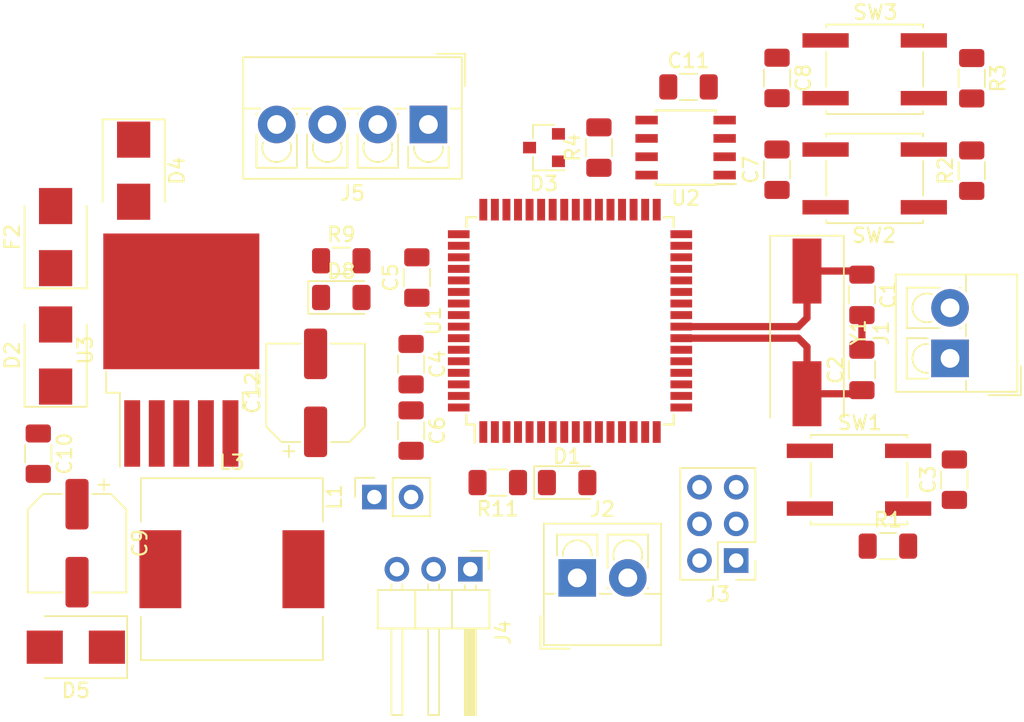
<source format=kicad_pcb>
(kicad_pcb (version 20171130) (host pcbnew "(5.1.0)-1")

  (general
    (thickness 1.6)
    (drawings 0)
    (tracks 11)
    (zones 0)
    (modules 39)
    (nets 26)
  )

  (page A4)
  (layers
    (0 F.Cu signal)
    (31 B.Cu signal)
    (32 B.Adhes user)
    (33 F.Adhes user)
    (34 B.Paste user)
    (35 F.Paste user)
    (36 B.SilkS user)
    (37 F.SilkS user)
    (38 B.Mask user)
    (39 F.Mask user)
    (40 Dwgs.User user)
    (41 Cmts.User user)
    (42 Eco1.User user)
    (43 Eco2.User user)
    (44 Edge.Cuts user)
    (45 Margin user)
    (46 B.CrtYd user)
    (47 F.CrtYd user)
    (48 B.Fab user)
    (49 F.Fab user)
  )

  (setup
    (last_trace_width 0.5)
    (user_trace_width 0.5)
    (user_trace_width 0.75)
    (user_trace_width 1)
    (user_trace_width 2)
    (trace_clearance 0.2)
    (zone_clearance 0.508)
    (zone_45_only no)
    (trace_min 0.2)
    (via_size 0.8)
    (via_drill 0.4)
    (via_min_size 0.4)
    (via_min_drill 0.3)
    (user_via 0.8 0.3)
    (user_via 1 0.8)
    (uvia_size 0.3)
    (uvia_drill 0.1)
    (uvias_allowed no)
    (uvia_min_size 0.2)
    (uvia_min_drill 0.1)
    (edge_width 0.05)
    (segment_width 0.2)
    (pcb_text_width 0.3)
    (pcb_text_size 1.5 1.5)
    (mod_edge_width 0.12)
    (mod_text_size 1 1)
    (mod_text_width 0.15)
    (pad_size 1.524 1.524)
    (pad_drill 0.762)
    (pad_to_mask_clearance 0.051)
    (solder_mask_min_width 0.25)
    (aux_axis_origin 0 0)
    (visible_elements 7FFFFFDF)
    (pcbplotparams
      (layerselection 0x010fc_ffffffff)
      (usegerberextensions false)
      (usegerberattributes false)
      (usegerberadvancedattributes false)
      (creategerberjobfile false)
      (excludeedgelayer true)
      (linewidth 0.100000)
      (plotframeref false)
      (viasonmask false)
      (mode 1)
      (useauxorigin false)
      (hpglpennumber 1)
      (hpglpenspeed 20)
      (hpglpendiameter 15.000000)
      (psnegative false)
      (psa4output false)
      (plotreference true)
      (plotvalue true)
      (plotinvisibletext false)
      (padsonsilk false)
      (subtractmaskfromsilk false)
      (outputformat 1)
      (mirror false)
      (drillshape 1)
      (scaleselection 1)
      (outputdirectory ""))
  )

  (net 0 "")
  (net 1 GND)
  (net 2 "Net-(C1-Pad1)")
  (net 3 "Net-(C2-Pad1)")
  (net 4 "Net-(C4-Pad1)")
  (net 5 +5V)
  (net 6 /Button1)
  (net 7 /Button2)
  (net 8 +12P)
  (net 9 "Net-(D2-Pad2)")
  (net 10 "Net-(D8-Pad1)")
  (net 11 +12V)
  (net 12 /PWM1)
  (net 13 /PWM2)
  (net 14 /MOSI)
  (net 15 /RESET)
  (net 16 /SCK)
  (net 17 /MISO)
  (net 18 "Net-(D1-Pad1)")
  (net 19 /CANH)
  (net 20 /CANL)
  (net 21 /TXCAN)
  (net 22 /RXCAN)
  (net 23 /LED)
  (net 24 "Net-(D5-Pad1)")
  (net 25 "Net-(C6-Pad2)")

  (net_class Default "To jest domyślna klasa połączeń."
    (clearance 0.2)
    (trace_width 0.5)
    (via_dia 0.8)
    (via_drill 0.4)
    (uvia_dia 0.3)
    (uvia_drill 0.1)
    (add_net +12P)
    (add_net +12V)
    (add_net +5V)
    (add_net /Button1)
    (add_net /Button2)
    (add_net /CANH)
    (add_net /CANL)
    (add_net /LED)
    (add_net /MISO)
    (add_net /MOSI)
    (add_net /PWM1)
    (add_net /PWM2)
    (add_net /RESET)
    (add_net /RXCAN)
    (add_net /SCK)
    (add_net /TXCAN)
    (add_net GND)
    (add_net "Net-(C1-Pad1)")
    (add_net "Net-(C2-Pad1)")
    (add_net "Net-(C4-Pad1)")
    (add_net "Net-(C6-Pad2)")
    (add_net "Net-(D1-Pad1)")
    (add_net "Net-(D2-Pad2)")
    (add_net "Net-(D5-Pad1)")
    (add_net "Net-(D8-Pad1)")
  )

  (module Capacitor_SMD:C_1206_3216Metric (layer F.Cu) (tedit 5B301BBE) (tstamp 5CB3173B)
    (at 119.6 77 90)
    (descr "Capacitor SMD 1206 (3216 Metric), square (rectangular) end terminal, IPC_7351 nominal, (Body size source: http://www.tortai-tech.com/upload/download/2011102023233369053.pdf), generated with kicad-footprint-generator")
    (tags capacitor)
    (path /5CB6ADC6)
    (attr smd)
    (fp_text reference C2 (at 0 -1.82 90) (layer F.SilkS)
      (effects (font (size 1 1) (thickness 0.15)))
    )
    (fp_text value 22p (at 0 1.82 90) (layer F.Fab)
      (effects (font (size 1 1) (thickness 0.15)))
    )
    (fp_text user %R (at 0 0 90) (layer F.Fab)
      (effects (font (size 0.8 0.8) (thickness 0.12)))
    )
    (fp_line (start 2.28 1.12) (end -2.28 1.12) (layer F.CrtYd) (width 0.05))
    (fp_line (start 2.28 -1.12) (end 2.28 1.12) (layer F.CrtYd) (width 0.05))
    (fp_line (start -2.28 -1.12) (end 2.28 -1.12) (layer F.CrtYd) (width 0.05))
    (fp_line (start -2.28 1.12) (end -2.28 -1.12) (layer F.CrtYd) (width 0.05))
    (fp_line (start -0.602064 0.91) (end 0.602064 0.91) (layer F.SilkS) (width 0.12))
    (fp_line (start -0.602064 -0.91) (end 0.602064 -0.91) (layer F.SilkS) (width 0.12))
    (fp_line (start 1.6 0.8) (end -1.6 0.8) (layer F.Fab) (width 0.1))
    (fp_line (start 1.6 -0.8) (end 1.6 0.8) (layer F.Fab) (width 0.1))
    (fp_line (start -1.6 -0.8) (end 1.6 -0.8) (layer F.Fab) (width 0.1))
    (fp_line (start -1.6 0.8) (end -1.6 -0.8) (layer F.Fab) (width 0.1))
    (pad 2 smd roundrect (at 1.4 0 90) (size 1.25 1.75) (layers F.Cu F.Paste F.Mask) (roundrect_rratio 0.2)
      (net 1 GND))
    (pad 1 smd roundrect (at -1.4 0 90) (size 1.25 1.75) (layers F.Cu F.Paste F.Mask) (roundrect_rratio 0.2)
      (net 3 "Net-(C2-Pad1)"))
    (model ${KISYS3DMOD}/Capacitor_SMD.3dshapes/C_1206_3216Metric.wrl
      (at (xyz 0 0 0))
      (scale (xyz 1 1 1))
      (rotate (xyz 0 0 0))
    )
  )

  (module Capacitor_SMD:C_1206_3216Metric (layer F.Cu) (tedit 5B301BBE) (tstamp 5CB3172A)
    (at 119.6 71.8 270)
    (descr "Capacitor SMD 1206 (3216 Metric), square (rectangular) end terminal, IPC_7351 nominal, (Body size source: http://www.tortai-tech.com/upload/download/2011102023233369053.pdf), generated with kicad-footprint-generator")
    (tags capacitor)
    (path /5CB6B1E6)
    (attr smd)
    (fp_text reference C1 (at 0 -1.82 270) (layer F.SilkS)
      (effects (font (size 1 1) (thickness 0.15)))
    )
    (fp_text value 22p (at 0 1.82 270) (layer F.Fab)
      (effects (font (size 1 1) (thickness 0.15)))
    )
    (fp_text user %R (at 0 0 270) (layer F.Fab)
      (effects (font (size 0.8 0.8) (thickness 0.12)))
    )
    (fp_line (start 2.28 1.12) (end -2.28 1.12) (layer F.CrtYd) (width 0.05))
    (fp_line (start 2.28 -1.12) (end 2.28 1.12) (layer F.CrtYd) (width 0.05))
    (fp_line (start -2.28 -1.12) (end 2.28 -1.12) (layer F.CrtYd) (width 0.05))
    (fp_line (start -2.28 1.12) (end -2.28 -1.12) (layer F.CrtYd) (width 0.05))
    (fp_line (start -0.602064 0.91) (end 0.602064 0.91) (layer F.SilkS) (width 0.12))
    (fp_line (start -0.602064 -0.91) (end 0.602064 -0.91) (layer F.SilkS) (width 0.12))
    (fp_line (start 1.6 0.8) (end -1.6 0.8) (layer F.Fab) (width 0.1))
    (fp_line (start 1.6 -0.8) (end 1.6 0.8) (layer F.Fab) (width 0.1))
    (fp_line (start -1.6 -0.8) (end 1.6 -0.8) (layer F.Fab) (width 0.1))
    (fp_line (start -1.6 0.8) (end -1.6 -0.8) (layer F.Fab) (width 0.1))
    (pad 2 smd roundrect (at 1.4 0 270) (size 1.25 1.75) (layers F.Cu F.Paste F.Mask) (roundrect_rratio 0.2)
      (net 1 GND))
    (pad 1 smd roundrect (at -1.4 0 270) (size 1.25 1.75) (layers F.Cu F.Paste F.Mask) (roundrect_rratio 0.2)
      (net 2 "Net-(C1-Pad1)"))
    (model ${KISYS3DMOD}/Capacitor_SMD.3dshapes/C_1206_3216Metric.wrl
      (at (xyz 0 0 0))
      (scale (xyz 1 1 1))
      (rotate (xyz 0 0 0))
    )
  )

  (module Capacitor_SMD:C_1206_3216Metric (layer F.Cu) (tedit 5B301BBE) (tstamp 5CB3174C)
    (at 126 84.6 90)
    (descr "Capacitor SMD 1206 (3216 Metric), square (rectangular) end terminal, IPC_7351 nominal, (Body size source: http://www.tortai-tech.com/upload/download/2011102023233369053.pdf), generated with kicad-footprint-generator")
    (tags capacitor)
    (path /5CB7FCEF)
    (attr smd)
    (fp_text reference C3 (at 0 -1.82 90) (layer F.SilkS)
      (effects (font (size 1 1) (thickness 0.15)))
    )
    (fp_text value 100n (at 0 1.82 90) (layer F.Fab)
      (effects (font (size 1 1) (thickness 0.15)))
    )
    (fp_line (start -1.6 0.8) (end -1.6 -0.8) (layer F.Fab) (width 0.1))
    (fp_line (start -1.6 -0.8) (end 1.6 -0.8) (layer F.Fab) (width 0.1))
    (fp_line (start 1.6 -0.8) (end 1.6 0.8) (layer F.Fab) (width 0.1))
    (fp_line (start 1.6 0.8) (end -1.6 0.8) (layer F.Fab) (width 0.1))
    (fp_line (start -0.602064 -0.91) (end 0.602064 -0.91) (layer F.SilkS) (width 0.12))
    (fp_line (start -0.602064 0.91) (end 0.602064 0.91) (layer F.SilkS) (width 0.12))
    (fp_line (start -2.28 1.12) (end -2.28 -1.12) (layer F.CrtYd) (width 0.05))
    (fp_line (start -2.28 -1.12) (end 2.28 -1.12) (layer F.CrtYd) (width 0.05))
    (fp_line (start 2.28 -1.12) (end 2.28 1.12) (layer F.CrtYd) (width 0.05))
    (fp_line (start 2.28 1.12) (end -2.28 1.12) (layer F.CrtYd) (width 0.05))
    (fp_text user %R (at 0 0 90) (layer F.Fab)
      (effects (font (size 0.8 0.8) (thickness 0.12)))
    )
    (pad 1 smd roundrect (at -1.4 0 90) (size 1.25 1.75) (layers F.Cu F.Paste F.Mask) (roundrect_rratio 0.2)
      (net 15 /RESET))
    (pad 2 smd roundrect (at 1.4 0 90) (size 1.25 1.75) (layers F.Cu F.Paste F.Mask) (roundrect_rratio 0.2)
      (net 1 GND))
    (model ${KISYS3DMOD}/Capacitor_SMD.3dshapes/C_1206_3216Metric.wrl
      (at (xyz 0 0 0))
      (scale (xyz 1 1 1))
      (rotate (xyz 0 0 0))
    )
  )

  (module Capacitor_SMD:C_1206_3216Metric (layer F.Cu) (tedit 5B301BBE) (tstamp 5CB3175D)
    (at 88.4 76.6 270)
    (descr "Capacitor SMD 1206 (3216 Metric), square (rectangular) end terminal, IPC_7351 nominal, (Body size source: http://www.tortai-tech.com/upload/download/2011102023233369053.pdf), generated with kicad-footprint-generator")
    (tags capacitor)
    (path /5CB6942E)
    (attr smd)
    (fp_text reference C4 (at 0 -1.82 270) (layer F.SilkS)
      (effects (font (size 1 1) (thickness 0.15)))
    )
    (fp_text value 100n (at 0 1.82 270) (layer F.Fab)
      (effects (font (size 1 1) (thickness 0.15)))
    )
    (fp_text user %R (at 0 0 270) (layer F.Fab)
      (effects (font (size 0.8 0.8) (thickness 0.12)))
    )
    (fp_line (start 2.28 1.12) (end -2.28 1.12) (layer F.CrtYd) (width 0.05))
    (fp_line (start 2.28 -1.12) (end 2.28 1.12) (layer F.CrtYd) (width 0.05))
    (fp_line (start -2.28 -1.12) (end 2.28 -1.12) (layer F.CrtYd) (width 0.05))
    (fp_line (start -2.28 1.12) (end -2.28 -1.12) (layer F.CrtYd) (width 0.05))
    (fp_line (start -0.602064 0.91) (end 0.602064 0.91) (layer F.SilkS) (width 0.12))
    (fp_line (start -0.602064 -0.91) (end 0.602064 -0.91) (layer F.SilkS) (width 0.12))
    (fp_line (start 1.6 0.8) (end -1.6 0.8) (layer F.Fab) (width 0.1))
    (fp_line (start 1.6 -0.8) (end 1.6 0.8) (layer F.Fab) (width 0.1))
    (fp_line (start -1.6 -0.8) (end 1.6 -0.8) (layer F.Fab) (width 0.1))
    (fp_line (start -1.6 0.8) (end -1.6 -0.8) (layer F.Fab) (width 0.1))
    (pad 2 smd roundrect (at 1.4 0 270) (size 1.25 1.75) (layers F.Cu F.Paste F.Mask) (roundrect_rratio 0.2)
      (net 1 GND))
    (pad 1 smd roundrect (at -1.4 0 270) (size 1.25 1.75) (layers F.Cu F.Paste F.Mask) (roundrect_rratio 0.2)
      (net 4 "Net-(C4-Pad1)"))
    (model ${KISYS3DMOD}/Capacitor_SMD.3dshapes/C_1206_3216Metric.wrl
      (at (xyz 0 0 0))
      (scale (xyz 1 1 1))
      (rotate (xyz 0 0 0))
    )
  )

  (module Capacitor_SMD:C_1206_3216Metric (layer F.Cu) (tedit 5B301BBE) (tstamp 5CB3176E)
    (at 88.8 70.6 90)
    (descr "Capacitor SMD 1206 (3216 Metric), square (rectangular) end terminal, IPC_7351 nominal, (Body size source: http://www.tortai-tech.com/upload/download/2011102023233369053.pdf), generated with kicad-footprint-generator")
    (tags capacitor)
    (path /5CB9C263)
    (attr smd)
    (fp_text reference C5 (at 0 -1.82 90) (layer F.SilkS)
      (effects (font (size 1 1) (thickness 0.15)))
    )
    (fp_text value 100n (at 0 1.82 90) (layer F.Fab)
      (effects (font (size 1 1) (thickness 0.15)))
    )
    (fp_line (start -1.6 0.8) (end -1.6 -0.8) (layer F.Fab) (width 0.1))
    (fp_line (start -1.6 -0.8) (end 1.6 -0.8) (layer F.Fab) (width 0.1))
    (fp_line (start 1.6 -0.8) (end 1.6 0.8) (layer F.Fab) (width 0.1))
    (fp_line (start 1.6 0.8) (end -1.6 0.8) (layer F.Fab) (width 0.1))
    (fp_line (start -0.602064 -0.91) (end 0.602064 -0.91) (layer F.SilkS) (width 0.12))
    (fp_line (start -0.602064 0.91) (end 0.602064 0.91) (layer F.SilkS) (width 0.12))
    (fp_line (start -2.28 1.12) (end -2.28 -1.12) (layer F.CrtYd) (width 0.05))
    (fp_line (start -2.28 -1.12) (end 2.28 -1.12) (layer F.CrtYd) (width 0.05))
    (fp_line (start 2.28 -1.12) (end 2.28 1.12) (layer F.CrtYd) (width 0.05))
    (fp_line (start 2.28 1.12) (end -2.28 1.12) (layer F.CrtYd) (width 0.05))
    (fp_text user %R (at 0 0 90) (layer F.Fab)
      (effects (font (size 0.8 0.8) (thickness 0.12)))
    )
    (pad 1 smd roundrect (at -1.4 0 90) (size 1.25 1.75) (layers F.Cu F.Paste F.Mask) (roundrect_rratio 0.2)
      (net 1 GND))
    (pad 2 smd roundrect (at 1.4 0 90) (size 1.25 1.75) (layers F.Cu F.Paste F.Mask) (roundrect_rratio 0.2)
      (net 5 +5V))
    (model ${KISYS3DMOD}/Capacitor_SMD.3dshapes/C_1206_3216Metric.wrl
      (at (xyz 0 0 0))
      (scale (xyz 1 1 1))
      (rotate (xyz 0 0 0))
    )
  )

  (module Capacitor_SMD:C_1206_3216Metric (layer F.Cu) (tedit 5B301BBE) (tstamp 5CB3177F)
    (at 88.4 81.2 270)
    (descr "Capacitor SMD 1206 (3216 Metric), square (rectangular) end terminal, IPC_7351 nominal, (Body size source: http://www.tortai-tech.com/upload/download/2011102023233369053.pdf), generated with kicad-footprint-generator")
    (tags capacitor)
    (path /5CBB1E2E)
    (attr smd)
    (fp_text reference C6 (at 0 -1.82 270) (layer F.SilkS)
      (effects (font (size 1 1) (thickness 0.15)))
    )
    (fp_text value 100n (at 0 1.82 270) (layer F.Fab)
      (effects (font (size 1 1) (thickness 0.15)))
    )
    (fp_text user %R (at 0 0 270) (layer F.Fab)
      (effects (font (size 0.8 0.8) (thickness 0.12)))
    )
    (fp_line (start 2.28 1.12) (end -2.28 1.12) (layer F.CrtYd) (width 0.05))
    (fp_line (start 2.28 -1.12) (end 2.28 1.12) (layer F.CrtYd) (width 0.05))
    (fp_line (start -2.28 -1.12) (end 2.28 -1.12) (layer F.CrtYd) (width 0.05))
    (fp_line (start -2.28 1.12) (end -2.28 -1.12) (layer F.CrtYd) (width 0.05))
    (fp_line (start -0.602064 0.91) (end 0.602064 0.91) (layer F.SilkS) (width 0.12))
    (fp_line (start -0.602064 -0.91) (end 0.602064 -0.91) (layer F.SilkS) (width 0.12))
    (fp_line (start 1.6 0.8) (end -1.6 0.8) (layer F.Fab) (width 0.1))
    (fp_line (start 1.6 -0.8) (end 1.6 0.8) (layer F.Fab) (width 0.1))
    (fp_line (start -1.6 -0.8) (end 1.6 -0.8) (layer F.Fab) (width 0.1))
    (fp_line (start -1.6 0.8) (end -1.6 -0.8) (layer F.Fab) (width 0.1))
    (pad 2 smd roundrect (at 1.4 0 270) (size 1.25 1.75) (layers F.Cu F.Paste F.Mask) (roundrect_rratio 0.2)
      (net 25 "Net-(C6-Pad2)"))
    (pad 1 smd roundrect (at -1.4 0 270) (size 1.25 1.75) (layers F.Cu F.Paste F.Mask) (roundrect_rratio 0.2)
      (net 1 GND))
    (model ${KISYS3DMOD}/Capacitor_SMD.3dshapes/C_1206_3216Metric.wrl
      (at (xyz 0 0 0))
      (scale (xyz 1 1 1))
      (rotate (xyz 0 0 0))
    )
  )

  (module Capacitor_SMD:C_1206_3216Metric (layer F.Cu) (tedit 5B301BBE) (tstamp 5CB31790)
    (at 113.726 63.134 90)
    (descr "Capacitor SMD 1206 (3216 Metric), square (rectangular) end terminal, IPC_7351 nominal, (Body size source: http://www.tortai-tech.com/upload/download/2011102023233369053.pdf), generated with kicad-footprint-generator")
    (tags capacitor)
    (path /5CC2A222)
    (attr smd)
    (fp_text reference C7 (at 0 -1.82 90) (layer F.SilkS)
      (effects (font (size 1 1) (thickness 0.15)))
    )
    (fp_text value 100n (at 0 1.82 90) (layer F.Fab)
      (effects (font (size 1 1) (thickness 0.15)))
    )
    (fp_line (start -1.6 0.8) (end -1.6 -0.8) (layer F.Fab) (width 0.1))
    (fp_line (start -1.6 -0.8) (end 1.6 -0.8) (layer F.Fab) (width 0.1))
    (fp_line (start 1.6 -0.8) (end 1.6 0.8) (layer F.Fab) (width 0.1))
    (fp_line (start 1.6 0.8) (end -1.6 0.8) (layer F.Fab) (width 0.1))
    (fp_line (start -0.602064 -0.91) (end 0.602064 -0.91) (layer F.SilkS) (width 0.12))
    (fp_line (start -0.602064 0.91) (end 0.602064 0.91) (layer F.SilkS) (width 0.12))
    (fp_line (start -2.28 1.12) (end -2.28 -1.12) (layer F.CrtYd) (width 0.05))
    (fp_line (start -2.28 -1.12) (end 2.28 -1.12) (layer F.CrtYd) (width 0.05))
    (fp_line (start 2.28 -1.12) (end 2.28 1.12) (layer F.CrtYd) (width 0.05))
    (fp_line (start 2.28 1.12) (end -2.28 1.12) (layer F.CrtYd) (width 0.05))
    (fp_text user %R (at 0 0 90) (layer F.Fab)
      (effects (font (size 0.8 0.8) (thickness 0.12)))
    )
    (pad 1 smd roundrect (at -1.4 0 90) (size 1.25 1.75) (layers F.Cu F.Paste F.Mask) (roundrect_rratio 0.2)
      (net 1 GND))
    (pad 2 smd roundrect (at 1.4 0 90) (size 1.25 1.75) (layers F.Cu F.Paste F.Mask) (roundrect_rratio 0.2)
      (net 6 /Button1))
    (model ${KISYS3DMOD}/Capacitor_SMD.3dshapes/C_1206_3216Metric.wrl
      (at (xyz 0 0 0))
      (scale (xyz 1 1 1))
      (rotate (xyz 0 0 0))
    )
  )

  (module Capacitor_SMD:C_1206_3216Metric (layer F.Cu) (tedit 5B301BBE) (tstamp 5CB317A1)
    (at 113.726 56.778 270)
    (descr "Capacitor SMD 1206 (3216 Metric), square (rectangular) end terminal, IPC_7351 nominal, (Body size source: http://www.tortai-tech.com/upload/download/2011102023233369053.pdf), generated with kicad-footprint-generator")
    (tags capacitor)
    (path /5CC2912D)
    (attr smd)
    (fp_text reference C8 (at 0 -1.82 270) (layer F.SilkS)
      (effects (font (size 1 1) (thickness 0.15)))
    )
    (fp_text value 100n (at 0 1.82 270) (layer F.Fab)
      (effects (font (size 1 1) (thickness 0.15)))
    )
    (fp_text user %R (at 0 0 270) (layer F.Fab)
      (effects (font (size 0.8 0.8) (thickness 0.12)))
    )
    (fp_line (start 2.28 1.12) (end -2.28 1.12) (layer F.CrtYd) (width 0.05))
    (fp_line (start 2.28 -1.12) (end 2.28 1.12) (layer F.CrtYd) (width 0.05))
    (fp_line (start -2.28 -1.12) (end 2.28 -1.12) (layer F.CrtYd) (width 0.05))
    (fp_line (start -2.28 1.12) (end -2.28 -1.12) (layer F.CrtYd) (width 0.05))
    (fp_line (start -0.602064 0.91) (end 0.602064 0.91) (layer F.SilkS) (width 0.12))
    (fp_line (start -0.602064 -0.91) (end 0.602064 -0.91) (layer F.SilkS) (width 0.12))
    (fp_line (start 1.6 0.8) (end -1.6 0.8) (layer F.Fab) (width 0.1))
    (fp_line (start 1.6 -0.8) (end 1.6 0.8) (layer F.Fab) (width 0.1))
    (fp_line (start -1.6 -0.8) (end 1.6 -0.8) (layer F.Fab) (width 0.1))
    (fp_line (start -1.6 0.8) (end -1.6 -0.8) (layer F.Fab) (width 0.1))
    (pad 2 smd roundrect (at 1.4 0 270) (size 1.25 1.75) (layers F.Cu F.Paste F.Mask) (roundrect_rratio 0.2)
      (net 7 /Button2))
    (pad 1 smd roundrect (at -1.4 0 270) (size 1.25 1.75) (layers F.Cu F.Paste F.Mask) (roundrect_rratio 0.2)
      (net 1 GND))
    (model ${KISYS3DMOD}/Capacitor_SMD.3dshapes/C_1206_3216Metric.wrl
      (at (xyz 0 0 0))
      (scale (xyz 1 1 1))
      (rotate (xyz 0 0 0))
    )
  )

  (module Capacitor_SMD:CP_Elec_6.3x7.7 (layer F.Cu) (tedit 5BCA39D0) (tstamp 5CB317C9)
    (at 65.282 88.998 270)
    (descr "SMD capacitor, aluminum electrolytic, Nichicon, 6.3x7.7mm")
    (tags "capacitor electrolytic")
    (path /5CB14F32)
    (attr smd)
    (fp_text reference C9 (at 0 -4.35 270) (layer F.SilkS)
      (effects (font (size 1 1) (thickness 0.15)))
    )
    (fp_text value 100u (at 0 4.35 270) (layer F.Fab)
      (effects (font (size 1 1) (thickness 0.15)))
    )
    (fp_circle (center 0 0) (end 3.15 0) (layer F.Fab) (width 0.1))
    (fp_line (start 3.3 -3.3) (end 3.3 3.3) (layer F.Fab) (width 0.1))
    (fp_line (start -2.3 -3.3) (end 3.3 -3.3) (layer F.Fab) (width 0.1))
    (fp_line (start -2.3 3.3) (end 3.3 3.3) (layer F.Fab) (width 0.1))
    (fp_line (start -3.3 -2.3) (end -3.3 2.3) (layer F.Fab) (width 0.1))
    (fp_line (start -3.3 -2.3) (end -2.3 -3.3) (layer F.Fab) (width 0.1))
    (fp_line (start -3.3 2.3) (end -2.3 3.3) (layer F.Fab) (width 0.1))
    (fp_line (start -2.704838 -1.33) (end -2.074838 -1.33) (layer F.Fab) (width 0.1))
    (fp_line (start -2.389838 -1.645) (end -2.389838 -1.015) (layer F.Fab) (width 0.1))
    (fp_line (start 3.41 3.41) (end 3.41 1.06) (layer F.SilkS) (width 0.12))
    (fp_line (start 3.41 -3.41) (end 3.41 -1.06) (layer F.SilkS) (width 0.12))
    (fp_line (start -2.345563 -3.41) (end 3.41 -3.41) (layer F.SilkS) (width 0.12))
    (fp_line (start -2.345563 3.41) (end 3.41 3.41) (layer F.SilkS) (width 0.12))
    (fp_line (start -3.41 2.345563) (end -3.41 1.06) (layer F.SilkS) (width 0.12))
    (fp_line (start -3.41 -2.345563) (end -3.41 -1.06) (layer F.SilkS) (width 0.12))
    (fp_line (start -3.41 -2.345563) (end -2.345563 -3.41) (layer F.SilkS) (width 0.12))
    (fp_line (start -3.41 2.345563) (end -2.345563 3.41) (layer F.SilkS) (width 0.12))
    (fp_line (start -4.4375 -1.8475) (end -3.65 -1.8475) (layer F.SilkS) (width 0.12))
    (fp_line (start -4.04375 -2.24125) (end -4.04375 -1.45375) (layer F.SilkS) (width 0.12))
    (fp_line (start 3.55 -3.55) (end 3.55 -1.05) (layer F.CrtYd) (width 0.05))
    (fp_line (start 3.55 -1.05) (end 4.7 -1.05) (layer F.CrtYd) (width 0.05))
    (fp_line (start 4.7 -1.05) (end 4.7 1.05) (layer F.CrtYd) (width 0.05))
    (fp_line (start 4.7 1.05) (end 3.55 1.05) (layer F.CrtYd) (width 0.05))
    (fp_line (start 3.55 1.05) (end 3.55 3.55) (layer F.CrtYd) (width 0.05))
    (fp_line (start -2.4 3.55) (end 3.55 3.55) (layer F.CrtYd) (width 0.05))
    (fp_line (start -2.4 -3.55) (end 3.55 -3.55) (layer F.CrtYd) (width 0.05))
    (fp_line (start -3.55 2.4) (end -2.4 3.55) (layer F.CrtYd) (width 0.05))
    (fp_line (start -3.55 -2.4) (end -2.4 -3.55) (layer F.CrtYd) (width 0.05))
    (fp_line (start -3.55 -2.4) (end -3.55 -1.05) (layer F.CrtYd) (width 0.05))
    (fp_line (start -3.55 1.05) (end -3.55 2.4) (layer F.CrtYd) (width 0.05))
    (fp_line (start -3.55 -1.05) (end -4.7 -1.05) (layer F.CrtYd) (width 0.05))
    (fp_line (start -4.7 -1.05) (end -4.7 1.05) (layer F.CrtYd) (width 0.05))
    (fp_line (start -4.7 1.05) (end -3.55 1.05) (layer F.CrtYd) (width 0.05))
    (fp_text user %R (at 0 0 270) (layer F.Fab)
      (effects (font (size 1 1) (thickness 0.15)))
    )
    (pad 1 smd roundrect (at -2.7 0 270) (size 3.5 1.6) (layers F.Cu F.Paste F.Mask) (roundrect_rratio 0.15625)
      (net 8 +12P))
    (pad 2 smd roundrect (at 2.7 0 270) (size 3.5 1.6) (layers F.Cu F.Paste F.Mask) (roundrect_rratio 0.15625)
      (net 1 GND))
    (model ${KISYS3DMOD}/Capacitor_SMD.3dshapes/CP_Elec_6.3x7.7.wrl
      (at (xyz 0 0 0))
      (scale (xyz 1 1 1))
      (rotate (xyz 0 0 0))
    )
  )

  (module Capacitor_SMD:C_1206_3216Metric (layer F.Cu) (tedit 5B301BBE) (tstamp 5CB317DA)
    (at 62.6 82.8 270)
    (descr "Capacitor SMD 1206 (3216 Metric), square (rectangular) end terminal, IPC_7351 nominal, (Body size source: http://www.tortai-tech.com/upload/download/2011102023233369053.pdf), generated with kicad-footprint-generator")
    (tags capacitor)
    (path /5CB14026)
    (attr smd)
    (fp_text reference C10 (at 0 -1.82 270) (layer F.SilkS)
      (effects (font (size 1 1) (thickness 0.15)))
    )
    (fp_text value 100n (at 0 1.82 270) (layer F.Fab)
      (effects (font (size 1 1) (thickness 0.15)))
    )
    (fp_line (start -1.6 0.8) (end -1.6 -0.8) (layer F.Fab) (width 0.1))
    (fp_line (start -1.6 -0.8) (end 1.6 -0.8) (layer F.Fab) (width 0.1))
    (fp_line (start 1.6 -0.8) (end 1.6 0.8) (layer F.Fab) (width 0.1))
    (fp_line (start 1.6 0.8) (end -1.6 0.8) (layer F.Fab) (width 0.1))
    (fp_line (start -0.602064 -0.91) (end 0.602064 -0.91) (layer F.SilkS) (width 0.12))
    (fp_line (start -0.602064 0.91) (end 0.602064 0.91) (layer F.SilkS) (width 0.12))
    (fp_line (start -2.28 1.12) (end -2.28 -1.12) (layer F.CrtYd) (width 0.05))
    (fp_line (start -2.28 -1.12) (end 2.28 -1.12) (layer F.CrtYd) (width 0.05))
    (fp_line (start 2.28 -1.12) (end 2.28 1.12) (layer F.CrtYd) (width 0.05))
    (fp_line (start 2.28 1.12) (end -2.28 1.12) (layer F.CrtYd) (width 0.05))
    (fp_text user %R (at 0 0 270) (layer F.Fab)
      (effects (font (size 0.8 0.8) (thickness 0.12)))
    )
    (pad 1 smd roundrect (at -1.4 0 270) (size 1.25 1.75) (layers F.Cu F.Paste F.Mask) (roundrect_rratio 0.2)
      (net 8 +12P))
    (pad 2 smd roundrect (at 1.4 0 270) (size 1.25 1.75) (layers F.Cu F.Paste F.Mask) (roundrect_rratio 0.2)
      (net 1 GND))
    (model ${KISYS3DMOD}/Capacitor_SMD.3dshapes/C_1206_3216Metric.wrl
      (at (xyz 0 0 0))
      (scale (xyz 1 1 1))
      (rotate (xyz 0 0 0))
    )
  )

  (module Capacitor_SMD:C_1206_3216Metric (layer F.Cu) (tedit 5B301BBE) (tstamp 5CB317EB)
    (at 107.6 57.4)
    (descr "Capacitor SMD 1206 (3216 Metric), square (rectangular) end terminal, IPC_7351 nominal, (Body size source: http://www.tortai-tech.com/upload/download/2011102023233369053.pdf), generated with kicad-footprint-generator")
    (tags capacitor)
    (path /5CB52442)
    (attr smd)
    (fp_text reference C11 (at 0 -1.82) (layer F.SilkS)
      (effects (font (size 1 1) (thickness 0.15)))
    )
    (fp_text value 100n (at 0 1.82) (layer F.Fab)
      (effects (font (size 1 1) (thickness 0.15)))
    )
    (fp_text user %R (at 0 0) (layer F.Fab)
      (effects (font (size 0.8 0.8) (thickness 0.12)))
    )
    (fp_line (start 2.28 1.12) (end -2.28 1.12) (layer F.CrtYd) (width 0.05))
    (fp_line (start 2.28 -1.12) (end 2.28 1.12) (layer F.CrtYd) (width 0.05))
    (fp_line (start -2.28 -1.12) (end 2.28 -1.12) (layer F.CrtYd) (width 0.05))
    (fp_line (start -2.28 1.12) (end -2.28 -1.12) (layer F.CrtYd) (width 0.05))
    (fp_line (start -0.602064 0.91) (end 0.602064 0.91) (layer F.SilkS) (width 0.12))
    (fp_line (start -0.602064 -0.91) (end 0.602064 -0.91) (layer F.SilkS) (width 0.12))
    (fp_line (start 1.6 0.8) (end -1.6 0.8) (layer F.Fab) (width 0.1))
    (fp_line (start 1.6 -0.8) (end 1.6 0.8) (layer F.Fab) (width 0.1))
    (fp_line (start -1.6 -0.8) (end 1.6 -0.8) (layer F.Fab) (width 0.1))
    (fp_line (start -1.6 0.8) (end -1.6 -0.8) (layer F.Fab) (width 0.1))
    (pad 2 smd roundrect (at 1.4 0) (size 1.25 1.75) (layers F.Cu F.Paste F.Mask) (roundrect_rratio 0.2)
      (net 1 GND))
    (pad 1 smd roundrect (at -1.4 0) (size 1.25 1.75) (layers F.Cu F.Paste F.Mask) (roundrect_rratio 0.2)
      (net 5 +5V))
    (model ${KISYS3DMOD}/Capacitor_SMD.3dshapes/C_1206_3216Metric.wrl
      (at (xyz 0 0 0))
      (scale (xyz 1 1 1))
      (rotate (xyz 0 0 0))
    )
  )

  (module Capacitor_SMD:CP_Elec_6.3x7.7 (layer F.Cu) (tedit 5BCA39D0) (tstamp 5CB31813)
    (at 81.792 78.584 90)
    (descr "SMD capacitor, aluminum electrolytic, Nichicon, 6.3x7.7mm")
    (tags "capacitor electrolytic")
    (path /5CB173E8)
    (attr smd)
    (fp_text reference C12 (at 0 -4.35 90) (layer F.SilkS)
      (effects (font (size 1 1) (thickness 0.15)))
    )
    (fp_text value 470u/220u (at 0 4.35 90) (layer F.Fab)
      (effects (font (size 1 1) (thickness 0.15)))
    )
    (fp_text user %R (at 0 0 90) (layer F.Fab)
      (effects (font (size 1 1) (thickness 0.15)))
    )
    (fp_line (start -4.7 1.05) (end -3.55 1.05) (layer F.CrtYd) (width 0.05))
    (fp_line (start -4.7 -1.05) (end -4.7 1.05) (layer F.CrtYd) (width 0.05))
    (fp_line (start -3.55 -1.05) (end -4.7 -1.05) (layer F.CrtYd) (width 0.05))
    (fp_line (start -3.55 1.05) (end -3.55 2.4) (layer F.CrtYd) (width 0.05))
    (fp_line (start -3.55 -2.4) (end -3.55 -1.05) (layer F.CrtYd) (width 0.05))
    (fp_line (start -3.55 -2.4) (end -2.4 -3.55) (layer F.CrtYd) (width 0.05))
    (fp_line (start -3.55 2.4) (end -2.4 3.55) (layer F.CrtYd) (width 0.05))
    (fp_line (start -2.4 -3.55) (end 3.55 -3.55) (layer F.CrtYd) (width 0.05))
    (fp_line (start -2.4 3.55) (end 3.55 3.55) (layer F.CrtYd) (width 0.05))
    (fp_line (start 3.55 1.05) (end 3.55 3.55) (layer F.CrtYd) (width 0.05))
    (fp_line (start 4.7 1.05) (end 3.55 1.05) (layer F.CrtYd) (width 0.05))
    (fp_line (start 4.7 -1.05) (end 4.7 1.05) (layer F.CrtYd) (width 0.05))
    (fp_line (start 3.55 -1.05) (end 4.7 -1.05) (layer F.CrtYd) (width 0.05))
    (fp_line (start 3.55 -3.55) (end 3.55 -1.05) (layer F.CrtYd) (width 0.05))
    (fp_line (start -4.04375 -2.24125) (end -4.04375 -1.45375) (layer F.SilkS) (width 0.12))
    (fp_line (start -4.4375 -1.8475) (end -3.65 -1.8475) (layer F.SilkS) (width 0.12))
    (fp_line (start -3.41 2.345563) (end -2.345563 3.41) (layer F.SilkS) (width 0.12))
    (fp_line (start -3.41 -2.345563) (end -2.345563 -3.41) (layer F.SilkS) (width 0.12))
    (fp_line (start -3.41 -2.345563) (end -3.41 -1.06) (layer F.SilkS) (width 0.12))
    (fp_line (start -3.41 2.345563) (end -3.41 1.06) (layer F.SilkS) (width 0.12))
    (fp_line (start -2.345563 3.41) (end 3.41 3.41) (layer F.SilkS) (width 0.12))
    (fp_line (start -2.345563 -3.41) (end 3.41 -3.41) (layer F.SilkS) (width 0.12))
    (fp_line (start 3.41 -3.41) (end 3.41 -1.06) (layer F.SilkS) (width 0.12))
    (fp_line (start 3.41 3.41) (end 3.41 1.06) (layer F.SilkS) (width 0.12))
    (fp_line (start -2.389838 -1.645) (end -2.389838 -1.015) (layer F.Fab) (width 0.1))
    (fp_line (start -2.704838 -1.33) (end -2.074838 -1.33) (layer F.Fab) (width 0.1))
    (fp_line (start -3.3 2.3) (end -2.3 3.3) (layer F.Fab) (width 0.1))
    (fp_line (start -3.3 -2.3) (end -2.3 -3.3) (layer F.Fab) (width 0.1))
    (fp_line (start -3.3 -2.3) (end -3.3 2.3) (layer F.Fab) (width 0.1))
    (fp_line (start -2.3 3.3) (end 3.3 3.3) (layer F.Fab) (width 0.1))
    (fp_line (start -2.3 -3.3) (end 3.3 -3.3) (layer F.Fab) (width 0.1))
    (fp_line (start 3.3 -3.3) (end 3.3 3.3) (layer F.Fab) (width 0.1))
    (fp_circle (center 0 0) (end 3.15 0) (layer F.Fab) (width 0.1))
    (pad 2 smd roundrect (at 2.7 0 90) (size 3.5 1.6) (layers F.Cu F.Paste F.Mask) (roundrect_rratio 0.15625)
      (net 1 GND))
    (pad 1 smd roundrect (at -2.7 0 90) (size 3.5 1.6) (layers F.Cu F.Paste F.Mask) (roundrect_rratio 0.15625)
      (net 5 +5V))
    (model ${KISYS3DMOD}/Capacitor_SMD.3dshapes/CP_Elec_6.3x7.7.wrl
      (at (xyz 0 0 0))
      (scale (xyz 1 1 1))
      (rotate (xyz 0 0 0))
    )
  )

  (module LED_SMD:LED_1206_3216Metric (layer F.Cu) (tedit 5B301BBE) (tstamp 5CB39D89)
    (at 99.2 84.8)
    (descr "LED SMD 1206 (3216 Metric), square (rectangular) end terminal, IPC_7351 nominal, (Body size source: http://www.tortai-tech.com/upload/download/2011102023233369053.pdf), generated with kicad-footprint-generator")
    (tags diode)
    (path /5CB2BB74)
    (attr smd)
    (fp_text reference D1 (at 0 -1.82) (layer F.SilkS)
      (effects (font (size 1 1) (thickness 0.15)))
    )
    (fp_text value LED (at 0 1.82) (layer F.Fab)
      (effects (font (size 1 1) (thickness 0.15)))
    )
    (fp_text user %R (at 0 0) (layer F.Fab)
      (effects (font (size 0.8 0.8) (thickness 0.12)))
    )
    (fp_line (start 2.28 1.12) (end -2.28 1.12) (layer F.CrtYd) (width 0.05))
    (fp_line (start 2.28 -1.12) (end 2.28 1.12) (layer F.CrtYd) (width 0.05))
    (fp_line (start -2.28 -1.12) (end 2.28 -1.12) (layer F.CrtYd) (width 0.05))
    (fp_line (start -2.28 1.12) (end -2.28 -1.12) (layer F.CrtYd) (width 0.05))
    (fp_line (start -2.285 1.135) (end 1.6 1.135) (layer F.SilkS) (width 0.12))
    (fp_line (start -2.285 -1.135) (end -2.285 1.135) (layer F.SilkS) (width 0.12))
    (fp_line (start 1.6 -1.135) (end -2.285 -1.135) (layer F.SilkS) (width 0.12))
    (fp_line (start 1.6 0.8) (end 1.6 -0.8) (layer F.Fab) (width 0.1))
    (fp_line (start -1.6 0.8) (end 1.6 0.8) (layer F.Fab) (width 0.1))
    (fp_line (start -1.6 -0.4) (end -1.6 0.8) (layer F.Fab) (width 0.1))
    (fp_line (start -1.2 -0.8) (end -1.6 -0.4) (layer F.Fab) (width 0.1))
    (fp_line (start 1.6 -0.8) (end -1.2 -0.8) (layer F.Fab) (width 0.1))
    (pad 2 smd roundrect (at 1.4 0) (size 1.25 1.75) (layers F.Cu F.Paste F.Mask) (roundrect_rratio 0.2)
      (net 23 /LED))
    (pad 1 smd roundrect (at -1.4 0) (size 1.25 1.75) (layers F.Cu F.Paste F.Mask) (roundrect_rratio 0.2)
      (net 18 "Net-(D1-Pad1)"))
    (model ${KISYS3DMOD}/LED_SMD.3dshapes/LED_1206_3216Metric.wrl
      (at (xyz 0 0 0))
      (scale (xyz 1 1 1))
      (rotate (xyz 0 0 0))
    )
  )

  (module Diode_SMD:D_SMB (layer F.Cu) (tedit 58645DF3) (tstamp 5CB3183E)
    (at 63.8 76 90)
    (descr "Diode SMB (DO-214AA)")
    (tags "Diode SMB (DO-214AA)")
    (path /5CB2447C)
    (attr smd)
    (fp_text reference D2 (at 0 -3 90) (layer F.SilkS)
      (effects (font (size 1 1) (thickness 0.15)))
    )
    (fp_text value D_Schottky (at 0 3.1 90) (layer F.Fab)
      (effects (font (size 1 1) (thickness 0.15)))
    )
    (fp_text user %R (at 0 -3 90) (layer F.Fab)
      (effects (font (size 1 1) (thickness 0.15)))
    )
    (fp_line (start -3.55 -2.15) (end -3.55 2.15) (layer F.SilkS) (width 0.12))
    (fp_line (start 2.3 2) (end -2.3 2) (layer F.Fab) (width 0.1))
    (fp_line (start -2.3 2) (end -2.3 -2) (layer F.Fab) (width 0.1))
    (fp_line (start 2.3 -2) (end 2.3 2) (layer F.Fab) (width 0.1))
    (fp_line (start 2.3 -2) (end -2.3 -2) (layer F.Fab) (width 0.1))
    (fp_line (start -3.65 -2.25) (end 3.65 -2.25) (layer F.CrtYd) (width 0.05))
    (fp_line (start 3.65 -2.25) (end 3.65 2.25) (layer F.CrtYd) (width 0.05))
    (fp_line (start 3.65 2.25) (end -3.65 2.25) (layer F.CrtYd) (width 0.05))
    (fp_line (start -3.65 2.25) (end -3.65 -2.25) (layer F.CrtYd) (width 0.05))
    (fp_line (start -0.64944 0.00102) (end -1.55114 0.00102) (layer F.Fab) (width 0.1))
    (fp_line (start 0.50118 0.00102) (end 1.4994 0.00102) (layer F.Fab) (width 0.1))
    (fp_line (start -0.64944 -0.79908) (end -0.64944 0.80112) (layer F.Fab) (width 0.1))
    (fp_line (start 0.50118 0.75032) (end 0.50118 -0.79908) (layer F.Fab) (width 0.1))
    (fp_line (start -0.64944 0.00102) (end 0.50118 0.75032) (layer F.Fab) (width 0.1))
    (fp_line (start -0.64944 0.00102) (end 0.50118 -0.79908) (layer F.Fab) (width 0.1))
    (fp_line (start -3.55 2.15) (end 2.15 2.15) (layer F.SilkS) (width 0.12))
    (fp_line (start -3.55 -2.15) (end 2.15 -2.15) (layer F.SilkS) (width 0.12))
    (pad 1 smd rect (at -2.15 0 90) (size 2.5 2.3) (layers F.Cu F.Paste F.Mask)
      (net 8 +12P))
    (pad 2 smd rect (at 2.15 0 90) (size 2.5 2.3) (layers F.Cu F.Paste F.Mask)
      (net 9 "Net-(D2-Pad2)"))
    (model ${KISYS3DMOD}/Diode_SMD.3dshapes/D_SMB.wrl
      (at (xyz 0 0 0))
      (scale (xyz 1 1 1))
      (rotate (xyz 0 0 0))
    )
  )

  (module Package_TO_SOT_SMD:SOT-23 (layer F.Cu) (tedit 5A02FF57) (tstamp 5CB31853)
    (at 97.6 61.6 180)
    (descr "SOT-23, Standard")
    (tags SOT-23)
    (path /5CB55466)
    (attr smd)
    (fp_text reference D3 (at 0 -2.5 180) (layer F.SilkS)
      (effects (font (size 1 1) (thickness 0.15)))
    )
    (fp_text value D_TVS_x2_AAC (at 0 2.5 180) (layer F.Fab)
      (effects (font (size 1 1) (thickness 0.15)))
    )
    (fp_text user %R (at 0 0 270) (layer F.Fab)
      (effects (font (size 0.5 0.5) (thickness 0.075)))
    )
    (fp_line (start -0.7 -0.95) (end -0.7 1.5) (layer F.Fab) (width 0.1))
    (fp_line (start -0.15 -1.52) (end 0.7 -1.52) (layer F.Fab) (width 0.1))
    (fp_line (start -0.7 -0.95) (end -0.15 -1.52) (layer F.Fab) (width 0.1))
    (fp_line (start 0.7 -1.52) (end 0.7 1.52) (layer F.Fab) (width 0.1))
    (fp_line (start -0.7 1.52) (end 0.7 1.52) (layer F.Fab) (width 0.1))
    (fp_line (start 0.76 1.58) (end 0.76 0.65) (layer F.SilkS) (width 0.12))
    (fp_line (start 0.76 -1.58) (end 0.76 -0.65) (layer F.SilkS) (width 0.12))
    (fp_line (start -1.7 -1.75) (end 1.7 -1.75) (layer F.CrtYd) (width 0.05))
    (fp_line (start 1.7 -1.75) (end 1.7 1.75) (layer F.CrtYd) (width 0.05))
    (fp_line (start 1.7 1.75) (end -1.7 1.75) (layer F.CrtYd) (width 0.05))
    (fp_line (start -1.7 1.75) (end -1.7 -1.75) (layer F.CrtYd) (width 0.05))
    (fp_line (start 0.76 -1.58) (end -1.4 -1.58) (layer F.SilkS) (width 0.12))
    (fp_line (start 0.76 1.58) (end -0.7 1.58) (layer F.SilkS) (width 0.12))
    (pad 1 smd rect (at -1 -0.95 180) (size 0.9 0.8) (layers F.Cu F.Paste F.Mask)
      (net 19 /CANH))
    (pad 2 smd rect (at -1 0.95 180) (size 0.9 0.8) (layers F.Cu F.Paste F.Mask)
      (net 20 /CANL))
    (pad 3 smd rect (at 1 0 180) (size 0.9 0.8) (layers F.Cu F.Paste F.Mask)
      (net 1 GND))
    (model ${KISYS3DMOD}/Package_TO_SOT_SMD.3dshapes/SOT-23.wrl
      (at (xyz 0 0 0))
      (scale (xyz 1 1 1))
      (rotate (xyz 0 0 0))
    )
  )

  (module Diode_SMD:D_SMB (layer F.Cu) (tedit 58645DF3) (tstamp 5CB3186B)
    (at 69.2 63.2 270)
    (descr "Diode SMB (DO-214AA)")
    (tags "Diode SMB (DO-214AA)")
    (path /5CB24FF1)
    (attr smd)
    (fp_text reference D4 (at 0 -3 270) (layer F.SilkS)
      (effects (font (size 1 1) (thickness 0.15)))
    )
    (fp_text value D_Zener (at 0 3.1 270) (layer F.Fab)
      (effects (font (size 1 1) (thickness 0.15)))
    )
    (fp_line (start -3.55 -2.15) (end 2.15 -2.15) (layer F.SilkS) (width 0.12))
    (fp_line (start -3.55 2.15) (end 2.15 2.15) (layer F.SilkS) (width 0.12))
    (fp_line (start -0.64944 0.00102) (end 0.50118 -0.79908) (layer F.Fab) (width 0.1))
    (fp_line (start -0.64944 0.00102) (end 0.50118 0.75032) (layer F.Fab) (width 0.1))
    (fp_line (start 0.50118 0.75032) (end 0.50118 -0.79908) (layer F.Fab) (width 0.1))
    (fp_line (start -0.64944 -0.79908) (end -0.64944 0.80112) (layer F.Fab) (width 0.1))
    (fp_line (start 0.50118 0.00102) (end 1.4994 0.00102) (layer F.Fab) (width 0.1))
    (fp_line (start -0.64944 0.00102) (end -1.55114 0.00102) (layer F.Fab) (width 0.1))
    (fp_line (start -3.65 2.25) (end -3.65 -2.25) (layer F.CrtYd) (width 0.05))
    (fp_line (start 3.65 2.25) (end -3.65 2.25) (layer F.CrtYd) (width 0.05))
    (fp_line (start 3.65 -2.25) (end 3.65 2.25) (layer F.CrtYd) (width 0.05))
    (fp_line (start -3.65 -2.25) (end 3.65 -2.25) (layer F.CrtYd) (width 0.05))
    (fp_line (start 2.3 -2) (end -2.3 -2) (layer F.Fab) (width 0.1))
    (fp_line (start 2.3 -2) (end 2.3 2) (layer F.Fab) (width 0.1))
    (fp_line (start -2.3 2) (end -2.3 -2) (layer F.Fab) (width 0.1))
    (fp_line (start 2.3 2) (end -2.3 2) (layer F.Fab) (width 0.1))
    (fp_line (start -3.55 -2.15) (end -3.55 2.15) (layer F.SilkS) (width 0.12))
    (fp_text user %R (at 0 -3 270) (layer F.Fab)
      (effects (font (size 1 1) (thickness 0.15)))
    )
    (pad 2 smd rect (at 2.15 0 270) (size 2.5 2.3) (layers F.Cu F.Paste F.Mask)
      (net 1 GND))
    (pad 1 smd rect (at -2.15 0 270) (size 2.5 2.3) (layers F.Cu F.Paste F.Mask)
      (net 8 +12P))
    (model ${KISYS3DMOD}/Diode_SMD.3dshapes/D_SMB.wrl
      (at (xyz 0 0 0))
      (scale (xyz 1 1 1))
      (rotate (xyz 0 0 0))
    )
  )

  (module LED_SMD:LED_1206_3216Metric (layer F.Cu) (tedit 5B301BBE) (tstamp 5CB31896)
    (at 83.57 71.98)
    (descr "LED SMD 1206 (3216 Metric), square (rectangular) end terminal, IPC_7351 nominal, (Body size source: http://www.tortai-tech.com/upload/download/2011102023233369053.pdf), generated with kicad-footprint-generator")
    (tags diode)
    (path /5CB168D2)
    (attr smd)
    (fp_text reference D8 (at 0 -1.82) (layer F.SilkS)
      (effects (font (size 1 1) (thickness 0.15)))
    )
    (fp_text value LED (at 0 1.82) (layer F.Fab)
      (effects (font (size 1 1) (thickness 0.15)))
    )
    (fp_line (start 1.6 -0.8) (end -1.2 -0.8) (layer F.Fab) (width 0.1))
    (fp_line (start -1.2 -0.8) (end -1.6 -0.4) (layer F.Fab) (width 0.1))
    (fp_line (start -1.6 -0.4) (end -1.6 0.8) (layer F.Fab) (width 0.1))
    (fp_line (start -1.6 0.8) (end 1.6 0.8) (layer F.Fab) (width 0.1))
    (fp_line (start 1.6 0.8) (end 1.6 -0.8) (layer F.Fab) (width 0.1))
    (fp_line (start 1.6 -1.135) (end -2.285 -1.135) (layer F.SilkS) (width 0.12))
    (fp_line (start -2.285 -1.135) (end -2.285 1.135) (layer F.SilkS) (width 0.12))
    (fp_line (start -2.285 1.135) (end 1.6 1.135) (layer F.SilkS) (width 0.12))
    (fp_line (start -2.28 1.12) (end -2.28 -1.12) (layer F.CrtYd) (width 0.05))
    (fp_line (start -2.28 -1.12) (end 2.28 -1.12) (layer F.CrtYd) (width 0.05))
    (fp_line (start 2.28 -1.12) (end 2.28 1.12) (layer F.CrtYd) (width 0.05))
    (fp_line (start 2.28 1.12) (end -2.28 1.12) (layer F.CrtYd) (width 0.05))
    (fp_text user %R (at 0 0) (layer F.Fab)
      (effects (font (size 0.8 0.8) (thickness 0.12)))
    )
    (pad 1 smd roundrect (at -1.4 0) (size 1.25 1.75) (layers F.Cu F.Paste F.Mask) (roundrect_rratio 0.2)
      (net 10 "Net-(D8-Pad1)"))
    (pad 2 smd roundrect (at 1.4 0) (size 1.25 1.75) (layers F.Cu F.Paste F.Mask) (roundrect_rratio 0.2)
      (net 5 +5V))
    (model ${KISYS3DMOD}/LED_SMD.3dshapes/LED_1206_3216Metric.wrl
      (at (xyz 0 0 0))
      (scale (xyz 1 1 1))
      (rotate (xyz 0 0 0))
    )
  )

  (module Diode_SMD:D_SMB (layer F.Cu) (tedit 58645DF3) (tstamp 5CB318AE)
    (at 63.8 67.8 90)
    (descr "Diode SMB (DO-214AA)")
    (tags "Diode SMB (DO-214AA)")
    (path /5CB2352F)
    (attr smd)
    (fp_text reference F2 (at 0 -3 90) (layer F.SilkS)
      (effects (font (size 1 1) (thickness 0.15)))
    )
    (fp_text value Fuse (at 0 3.1 90) (layer F.Fab)
      (effects (font (size 1 1) (thickness 0.15)))
    )
    (fp_line (start -3.55 -2.15) (end 2.15 -2.15) (layer F.SilkS) (width 0.12))
    (fp_line (start -3.55 2.15) (end 2.15 2.15) (layer F.SilkS) (width 0.12))
    (fp_line (start -0.64944 0.00102) (end 0.50118 -0.79908) (layer F.Fab) (width 0.1))
    (fp_line (start -0.64944 0.00102) (end 0.50118 0.75032) (layer F.Fab) (width 0.1))
    (fp_line (start 0.50118 0.75032) (end 0.50118 -0.79908) (layer F.Fab) (width 0.1))
    (fp_line (start -0.64944 -0.79908) (end -0.64944 0.80112) (layer F.Fab) (width 0.1))
    (fp_line (start 0.50118 0.00102) (end 1.4994 0.00102) (layer F.Fab) (width 0.1))
    (fp_line (start -0.64944 0.00102) (end -1.55114 0.00102) (layer F.Fab) (width 0.1))
    (fp_line (start -3.65 2.25) (end -3.65 -2.25) (layer F.CrtYd) (width 0.05))
    (fp_line (start 3.65 2.25) (end -3.65 2.25) (layer F.CrtYd) (width 0.05))
    (fp_line (start 3.65 -2.25) (end 3.65 2.25) (layer F.CrtYd) (width 0.05))
    (fp_line (start -3.65 -2.25) (end 3.65 -2.25) (layer F.CrtYd) (width 0.05))
    (fp_line (start 2.3 -2) (end -2.3 -2) (layer F.Fab) (width 0.1))
    (fp_line (start 2.3 -2) (end 2.3 2) (layer F.Fab) (width 0.1))
    (fp_line (start -2.3 2) (end -2.3 -2) (layer F.Fab) (width 0.1))
    (fp_line (start 2.3 2) (end -2.3 2) (layer F.Fab) (width 0.1))
    (fp_line (start -3.55 -2.15) (end -3.55 2.15) (layer F.SilkS) (width 0.12))
    (fp_text user %R (at 0 -3 90) (layer F.Fab)
      (effects (font (size 1 1) (thickness 0.15)))
    )
    (pad 2 smd rect (at 2.15 0 90) (size 2.5 2.3) (layers F.Cu F.Paste F.Mask)
      (net 11 +12V))
    (pad 1 smd rect (at -2.15 0 90) (size 2.5 2.3) (layers F.Cu F.Paste F.Mask)
      (net 9 "Net-(D2-Pad2)"))
    (model ${KISYS3DMOD}/Diode_SMD.3dshapes/D_SMB.wrl
      (at (xyz 0 0 0))
      (scale (xyz 1 1 1))
      (rotate (xyz 0 0 0))
    )
  )

  (module TerminalBlock_4Ucon:TerminalBlock_4Ucon_1x02_P3.50mm_Vertical (layer F.Cu) (tedit 5B294E7F) (tstamp 5CB318DE)
    (at 125.7 76.2 90)
    (descr "Terminal Block 4Ucon ItemNo. 10693, vertical (cable from top), 2 pins, pitch 3.5mm, size 8x8.3mm^2, drill diamater 1.3mm, pad diameter 2.6mm, see http://www.4uconnector.com/online/object/4udrawing/10693.pdf, script-generated with , script-generated using https://github.com/pointhi/kicad-footprint-generator/scripts/TerminalBlock_4Ucon")
    (tags "THT Terminal Block 4Ucon ItemNo. 10693 vertical pitch 3.5mm size 8x8.3mm^2 drill 1.3mm pad 2.6mm")
    (path /5CCB60F5)
    (fp_text reference J1 (at 1.75 -4.76 90) (layer F.SilkS)
      (effects (font (size 1 1) (thickness 0.15)))
    )
    (fp_text value Screw_Terminal_01x02 (at 1.75 5.66 90) (layer F.Fab)
      (effects (font (size 1 1) (thickness 0.15)))
    )
    (fp_arc (start 0 -1.6) (end 0.998 -1.531) (angle -188) (layer F.SilkS) (width 0.12))
    (fp_arc (start 3.5 -1.6) (end 4.44 -1.258) (angle -220) (layer F.SilkS) (width 0.12))
    (fp_circle (center 0 -1.6) (end 1 -1.6) (layer F.Fab) (width 0.1))
    (fp_circle (center 3.5 -1.6) (end 4.5 -1.6) (layer F.Fab) (width 0.1))
    (fp_line (start -2.25 -3.7) (end 5.75 -3.7) (layer F.Fab) (width 0.1))
    (fp_line (start 5.75 -3.7) (end 5.75 4.6) (layer F.Fab) (width 0.1))
    (fp_line (start 5.75 4.6) (end -0.25 4.6) (layer F.Fab) (width 0.1))
    (fp_line (start -0.25 4.6) (end -2.25 2.6) (layer F.Fab) (width 0.1))
    (fp_line (start -2.25 2.6) (end -2.25 -3.7) (layer F.Fab) (width 0.1))
    (fp_line (start -2.25 1.1) (end 5.75 1.1) (layer F.Fab) (width 0.1))
    (fp_line (start -2.31 1.101) (end -1.54 1.101) (layer F.SilkS) (width 0.12))
    (fp_line (start 1.54 1.101) (end 2.367 1.101) (layer F.SilkS) (width 0.12))
    (fp_line (start 4.634 1.101) (end 5.81 1.101) (layer F.SilkS) (width 0.12))
    (fp_line (start -2.31 -3.76) (end 5.81 -3.76) (layer F.SilkS) (width 0.12))
    (fp_line (start -2.31 4.66) (end 5.81 4.66) (layer F.SilkS) (width 0.12))
    (fp_line (start -2.31 -3.76) (end -2.31 4.66) (layer F.SilkS) (width 0.12))
    (fp_line (start 5.81 -3.76) (end 5.81 4.66) (layer F.SilkS) (width 0.12))
    (fp_line (start -1.4 -3) (end 1.4 -3) (layer F.SilkS) (width 0.12))
    (fp_line (start -1.4 -3) (end -1.4 -1.54) (layer F.SilkS) (width 0.12))
    (fp_line (start 1.4 -3) (end 1.4 -1.54) (layer F.SilkS) (width 0.12))
    (fp_line (start -1.4 -3) (end -1.4 0.75) (layer F.Fab) (width 0.1))
    (fp_line (start -1.4 0.75) (end 1.4 0.75) (layer F.Fab) (width 0.1))
    (fp_line (start 1.4 0.75) (end 1.4 -3) (layer F.Fab) (width 0.1))
    (fp_line (start 1.4 -3) (end -1.4 -3) (layer F.Fab) (width 0.1))
    (fp_line (start 2.1 -3) (end 4.9 -3) (layer F.SilkS) (width 0.12))
    (fp_line (start 2.1 0.75) (end 2.101 0.75) (layer F.SilkS) (width 0.12))
    (fp_line (start 4.9 0.75) (end 4.9 0.75) (layer F.SilkS) (width 0.12))
    (fp_line (start 2.1 -3) (end 2.1 -0.689) (layer F.SilkS) (width 0.12))
    (fp_line (start 2.1 0.689) (end 2.1 0.75) (layer F.SilkS) (width 0.12))
    (fp_line (start 4.9 -3) (end 4.9 -0.689) (layer F.SilkS) (width 0.12))
    (fp_line (start 4.9 0.689) (end 4.9 0.75) (layer F.SilkS) (width 0.12))
    (fp_line (start 2.1 -3) (end 2.1 0.75) (layer F.Fab) (width 0.1))
    (fp_line (start 2.1 0.75) (end 4.9 0.75) (layer F.Fab) (width 0.1))
    (fp_line (start 4.9 0.75) (end 4.9 -3) (layer F.Fab) (width 0.1))
    (fp_line (start 4.9 -3) (end 2.1 -3) (layer F.Fab) (width 0.1))
    (fp_line (start -2.55 2.66) (end -2.55 4.9) (layer F.SilkS) (width 0.12))
    (fp_line (start -2.55 4.9) (end -0.55 4.9) (layer F.SilkS) (width 0.12))
    (fp_line (start -2.75 -4.2) (end -2.75 5.11) (layer F.CrtYd) (width 0.05))
    (fp_line (start -2.75 5.11) (end 6.25 5.11) (layer F.CrtYd) (width 0.05))
    (fp_line (start 6.25 5.11) (end 6.25 -4.2) (layer F.CrtYd) (width 0.05))
    (fp_line (start 6.25 -4.2) (end -2.75 -4.2) (layer F.CrtYd) (width 0.05))
    (fp_text user %R (at 1.75 3.45 90) (layer F.Fab)
      (effects (font (size 1 1) (thickness 0.15)))
    )
    (pad 1 thru_hole rect (at 0 0 90) (size 2.6 2.6) (drill 1.3) (layers *.Cu *.Mask)
      (net 6 /Button1))
    (pad 2 thru_hole circle (at 3.5 0 90) (size 2.6 2.6) (drill 1.3) (layers *.Cu *.Mask)
      (net 7 /Button2))
    (model ${KISYS3DMOD}/TerminalBlock_4Ucon.3dshapes/TerminalBlock_4Ucon_1x02_P3.50mm_Vertical.wrl
      (at (xyz 0 0 0))
      (scale (xyz 1 1 1))
      (rotate (xyz 0 0 0))
    )
  )

  (module Connector_PinHeader_2.54mm:PinHeader_1x03_P2.54mm_Horizontal (layer F.Cu) (tedit 59FED5CB) (tstamp 5CB319A6)
    (at 92.5 90.8 270)
    (descr "Through hole angled pin header, 1x03, 2.54mm pitch, 6mm pin length, single row")
    (tags "Through hole angled pin header THT 1x03 2.54mm single row")
    (path /5CC6E3F8)
    (fp_text reference J4 (at 4.385 -2.27 270) (layer F.SilkS)
      (effects (font (size 1 1) (thickness 0.15)))
    )
    (fp_text value Conn_01x03_Male (at 4.385 7.35 270) (layer F.Fab)
      (effects (font (size 1 1) (thickness 0.15)))
    )
    (fp_line (start 2.135 -1.27) (end 4.04 -1.27) (layer F.Fab) (width 0.1))
    (fp_line (start 4.04 -1.27) (end 4.04 6.35) (layer F.Fab) (width 0.1))
    (fp_line (start 4.04 6.35) (end 1.5 6.35) (layer F.Fab) (width 0.1))
    (fp_line (start 1.5 6.35) (end 1.5 -0.635) (layer F.Fab) (width 0.1))
    (fp_line (start 1.5 -0.635) (end 2.135 -1.27) (layer F.Fab) (width 0.1))
    (fp_line (start -0.32 -0.32) (end 1.5 -0.32) (layer F.Fab) (width 0.1))
    (fp_line (start -0.32 -0.32) (end -0.32 0.32) (layer F.Fab) (width 0.1))
    (fp_line (start -0.32 0.32) (end 1.5 0.32) (layer F.Fab) (width 0.1))
    (fp_line (start 4.04 -0.32) (end 10.04 -0.32) (layer F.Fab) (width 0.1))
    (fp_line (start 10.04 -0.32) (end 10.04 0.32) (layer F.Fab) (width 0.1))
    (fp_line (start 4.04 0.32) (end 10.04 0.32) (layer F.Fab) (width 0.1))
    (fp_line (start -0.32 2.22) (end 1.5 2.22) (layer F.Fab) (width 0.1))
    (fp_line (start -0.32 2.22) (end -0.32 2.86) (layer F.Fab) (width 0.1))
    (fp_line (start -0.32 2.86) (end 1.5 2.86) (layer F.Fab) (width 0.1))
    (fp_line (start 4.04 2.22) (end 10.04 2.22) (layer F.Fab) (width 0.1))
    (fp_line (start 10.04 2.22) (end 10.04 2.86) (layer F.Fab) (width 0.1))
    (fp_line (start 4.04 2.86) (end 10.04 2.86) (layer F.Fab) (width 0.1))
    (fp_line (start -0.32 4.76) (end 1.5 4.76) (layer F.Fab) (width 0.1))
    (fp_line (start -0.32 4.76) (end -0.32 5.4) (layer F.Fab) (width 0.1))
    (fp_line (start -0.32 5.4) (end 1.5 5.4) (layer F.Fab) (width 0.1))
    (fp_line (start 4.04 4.76) (end 10.04 4.76) (layer F.Fab) (width 0.1))
    (fp_line (start 10.04 4.76) (end 10.04 5.4) (layer F.Fab) (width 0.1))
    (fp_line (start 4.04 5.4) (end 10.04 5.4) (layer F.Fab) (width 0.1))
    (fp_line (start 1.44 -1.33) (end 1.44 6.41) (layer F.SilkS) (width 0.12))
    (fp_line (start 1.44 6.41) (end 4.1 6.41) (layer F.SilkS) (width 0.12))
    (fp_line (start 4.1 6.41) (end 4.1 -1.33) (layer F.SilkS) (width 0.12))
    (fp_line (start 4.1 -1.33) (end 1.44 -1.33) (layer F.SilkS) (width 0.12))
    (fp_line (start 4.1 -0.38) (end 10.1 -0.38) (layer F.SilkS) (width 0.12))
    (fp_line (start 10.1 -0.38) (end 10.1 0.38) (layer F.SilkS) (width 0.12))
    (fp_line (start 10.1 0.38) (end 4.1 0.38) (layer F.SilkS) (width 0.12))
    (fp_line (start 4.1 -0.32) (end 10.1 -0.32) (layer F.SilkS) (width 0.12))
    (fp_line (start 4.1 -0.2) (end 10.1 -0.2) (layer F.SilkS) (width 0.12))
    (fp_line (start 4.1 -0.08) (end 10.1 -0.08) (layer F.SilkS) (width 0.12))
    (fp_line (start 4.1 0.04) (end 10.1 0.04) (layer F.SilkS) (width 0.12))
    (fp_line (start 4.1 0.16) (end 10.1 0.16) (layer F.SilkS) (width 0.12))
    (fp_line (start 4.1 0.28) (end 10.1 0.28) (layer F.SilkS) (width 0.12))
    (fp_line (start 1.11 -0.38) (end 1.44 -0.38) (layer F.SilkS) (width 0.12))
    (fp_line (start 1.11 0.38) (end 1.44 0.38) (layer F.SilkS) (width 0.12))
    (fp_line (start 1.44 1.27) (end 4.1 1.27) (layer F.SilkS) (width 0.12))
    (fp_line (start 4.1 2.16) (end 10.1 2.16) (layer F.SilkS) (width 0.12))
    (fp_line (start 10.1 2.16) (end 10.1 2.92) (layer F.SilkS) (width 0.12))
    (fp_line (start 10.1 2.92) (end 4.1 2.92) (layer F.SilkS) (width 0.12))
    (fp_line (start 1.042929 2.16) (end 1.44 2.16) (layer F.SilkS) (width 0.12))
    (fp_line (start 1.042929 2.92) (end 1.44 2.92) (layer F.SilkS) (width 0.12))
    (fp_line (start 1.44 3.81) (end 4.1 3.81) (layer F.SilkS) (width 0.12))
    (fp_line (start 4.1 4.7) (end 10.1 4.7) (layer F.SilkS) (width 0.12))
    (fp_line (start 10.1 4.7) (end 10.1 5.46) (layer F.SilkS) (width 0.12))
    (fp_line (start 10.1 5.46) (end 4.1 5.46) (layer F.SilkS) (width 0.12))
    (fp_line (start 1.042929 4.7) (end 1.44 4.7) (layer F.SilkS) (width 0.12))
    (fp_line (start 1.042929 5.46) (end 1.44 5.46) (layer F.SilkS) (width 0.12))
    (fp_line (start -1.27 0) (end -1.27 -1.27) (layer F.SilkS) (width 0.12))
    (fp_line (start -1.27 -1.27) (end 0 -1.27) (layer F.SilkS) (width 0.12))
    (fp_line (start -1.8 -1.8) (end -1.8 6.85) (layer F.CrtYd) (width 0.05))
    (fp_line (start -1.8 6.85) (end 10.55 6.85) (layer F.CrtYd) (width 0.05))
    (fp_line (start 10.55 6.85) (end 10.55 -1.8) (layer F.CrtYd) (width 0.05))
    (fp_line (start 10.55 -1.8) (end -1.8 -1.8) (layer F.CrtYd) (width 0.05))
    (fp_text user %R (at 2.77 2.54) (layer F.Fab)
      (effects (font (size 1 1) (thickness 0.15)))
    )
    (pad 1 thru_hole rect (at 0 0 270) (size 1.7 1.7) (drill 1) (layers *.Cu *.Mask)
      (net 12 /PWM1))
    (pad 2 thru_hole oval (at 0 2.54 270) (size 1.7 1.7) (drill 1) (layers *.Cu *.Mask)
      (net 5 +5V))
    (pad 3 thru_hole oval (at 0 5.08 270) (size 1.7 1.7) (drill 1) (layers *.Cu *.Mask)
      (net 1 GND))
    (model ${KISYS3DMOD}/Connector_PinHeader_2.54mm.3dshapes/PinHeader_1x03_P2.54mm_Horizontal.wrl
      (at (xyz 0 0 0))
      (scale (xyz 1 1 1))
      (rotate (xyz 0 0 0))
    )
  )

  (module Connector_PinSocket_2.54mm:PinSocket_1x02_P2.54mm_Vertical (layer F.Cu) (tedit 5A19A420) (tstamp 5CB319BC)
    (at 85.86 85.8 90)
    (descr "Through hole straight socket strip, 1x02, 2.54mm pitch, single row (from Kicad 4.0.7), script generated")
    (tags "Through hole socket strip THT 1x02 2.54mm single row")
    (path /5CBB2482)
    (fp_text reference L1 (at 0 -2.77 90) (layer F.SilkS)
      (effects (font (size 1 1) (thickness 0.15)))
    )
    (fp_text value 10u (at 0 5.31 90) (layer F.Fab)
      (effects (font (size 1 1) (thickness 0.15)))
    )
    (fp_line (start -1.27 -1.27) (end 0.635 -1.27) (layer F.Fab) (width 0.1))
    (fp_line (start 0.635 -1.27) (end 1.27 -0.635) (layer F.Fab) (width 0.1))
    (fp_line (start 1.27 -0.635) (end 1.27 3.81) (layer F.Fab) (width 0.1))
    (fp_line (start 1.27 3.81) (end -1.27 3.81) (layer F.Fab) (width 0.1))
    (fp_line (start -1.27 3.81) (end -1.27 -1.27) (layer F.Fab) (width 0.1))
    (fp_line (start -1.33 1.27) (end 1.33 1.27) (layer F.SilkS) (width 0.12))
    (fp_line (start -1.33 1.27) (end -1.33 3.87) (layer F.SilkS) (width 0.12))
    (fp_line (start -1.33 3.87) (end 1.33 3.87) (layer F.SilkS) (width 0.12))
    (fp_line (start 1.33 1.27) (end 1.33 3.87) (layer F.SilkS) (width 0.12))
    (fp_line (start 1.33 -1.33) (end 1.33 0) (layer F.SilkS) (width 0.12))
    (fp_line (start 0 -1.33) (end 1.33 -1.33) (layer F.SilkS) (width 0.12))
    (fp_line (start -1.8 -1.8) (end 1.75 -1.8) (layer F.CrtYd) (width 0.05))
    (fp_line (start 1.75 -1.8) (end 1.75 4.3) (layer F.CrtYd) (width 0.05))
    (fp_line (start 1.75 4.3) (end -1.8 4.3) (layer F.CrtYd) (width 0.05))
    (fp_line (start -1.8 4.3) (end -1.8 -1.8) (layer F.CrtYd) (width 0.05))
    (fp_text user %R (at 0 1.27 180) (layer F.Fab)
      (effects (font (size 1 1) (thickness 0.15)))
    )
    (pad 1 thru_hole rect (at 0 0 90) (size 1.7 1.7) (drill 1) (layers *.Cu *.Mask)
      (net 5 +5V))
    (pad 2 thru_hole oval (at 0 2.54 90) (size 1.7 1.7) (drill 1) (layers *.Cu *.Mask)
      (net 25 "Net-(C6-Pad2)"))
    (model ${KISYS3DMOD}/Connector_PinSocket_2.54mm.3dshapes/PinSocket_1x02_P2.54mm_Vertical.wrl
      (at (xyz 0 0 0))
      (scale (xyz 1 1 1))
      (rotate (xyz 0 0 0))
    )
  )

  (module Inductor_SMD:L_12x12mm_H8mm (layer F.Cu) (tedit 5990349C) (tstamp 5CB31A0B)
    (at 76 90.8)
    (descr "Choke, SMD, 12x12mm 8mm height")
    (tags "Choke SMD")
    (path /5CB15FF6)
    (attr smd)
    (fp_text reference L3 (at 0 -7.4) (layer F.SilkS)
      (effects (font (size 1 1) (thickness 0.15)))
    )
    (fp_text value 33u (at 0 7.6) (layer F.Fab)
      (effects (font (size 1 1) (thickness 0.15)))
    )
    (fp_text user %R (at 0 0) (layer F.Fab)
      (effects (font (size 1 1) (thickness 0.15)))
    )
    (fp_line (start 6.3 3.3) (end 6.3 6.3) (layer F.SilkS) (width 0.12))
    (fp_line (start 6.3 6.3) (end -6.3 6.3) (layer F.SilkS) (width 0.12))
    (fp_line (start -6.3 6.3) (end -6.3 3.3) (layer F.SilkS) (width 0.12))
    (fp_line (start -6.3 -3.3) (end -6.3 -6.3) (layer F.SilkS) (width 0.12))
    (fp_line (start -6.3 -6.3) (end 6.3 -6.3) (layer F.SilkS) (width 0.12))
    (fp_line (start 6.3 -6.3) (end 6.3 -3.3) (layer F.SilkS) (width 0.12))
    (fp_line (start -6.86 -6.6) (end 6.86 -6.6) (layer F.CrtYd) (width 0.05))
    (fp_line (start 6.86 -6.6) (end 6.86 6.6) (layer F.CrtYd) (width 0.05))
    (fp_line (start 6.86 6.6) (end -6.86 6.6) (layer F.CrtYd) (width 0.05))
    (fp_line (start -6.86 6.6) (end -6.86 -6.6) (layer F.CrtYd) (width 0.05))
    (fp_line (start 4.9 3.3) (end 5 3.4) (layer F.Fab) (width 0.1))
    (fp_line (start 5 3.4) (end 5.1 3.8) (layer F.Fab) (width 0.1))
    (fp_line (start 5.1 3.8) (end 5 4.3) (layer F.Fab) (width 0.1))
    (fp_line (start 5 4.3) (end 4.8 4.6) (layer F.Fab) (width 0.1))
    (fp_line (start 4.8 4.6) (end 4.5 5) (layer F.Fab) (width 0.1))
    (fp_line (start 4.5 5) (end 4 5.1) (layer F.Fab) (width 0.1))
    (fp_line (start 4 5.1) (end 3.5 5) (layer F.Fab) (width 0.1))
    (fp_line (start 3.5 5) (end 3.1 4.7) (layer F.Fab) (width 0.1))
    (fp_line (start 3.1 4.7) (end 3 4.6) (layer F.Fab) (width 0.1))
    (fp_line (start 3 4.6) (end 2.4 5) (layer F.Fab) (width 0.1))
    (fp_line (start 2.4 5) (end 1.6 5.3) (layer F.Fab) (width 0.1))
    (fp_line (start 1.6 5.3) (end 0.6 5.5) (layer F.Fab) (width 0.1))
    (fp_line (start 0.6 5.5) (end -0.6 5.5) (layer F.Fab) (width 0.1))
    (fp_line (start -0.6 5.5) (end -1.5 5.3) (layer F.Fab) (width 0.1))
    (fp_line (start -1.5 5.3) (end -2.1 5.1) (layer F.Fab) (width 0.1))
    (fp_line (start -2.1 5.1) (end -2.6 4.9) (layer F.Fab) (width 0.1))
    (fp_line (start -2.6 4.9) (end -3 4.7) (layer F.Fab) (width 0.1))
    (fp_line (start -3 4.7) (end -3.3 4.9) (layer F.Fab) (width 0.1))
    (fp_line (start -3.3 4.9) (end -3.9 5.1) (layer F.Fab) (width 0.1))
    (fp_line (start -3.9 5.1) (end -4.3 5) (layer F.Fab) (width 0.1))
    (fp_line (start -4.3 5) (end -4.6 4.8) (layer F.Fab) (width 0.1))
    (fp_line (start -4.6 4.8) (end -4.9 4.6) (layer F.Fab) (width 0.1))
    (fp_line (start -4.9 4.6) (end -5.1 4.1) (layer F.Fab) (width 0.1))
    (fp_line (start -5.1 4.1) (end -5 3.6) (layer F.Fab) (width 0.1))
    (fp_line (start -5 3.6) (end -4.8 3.2) (layer F.Fab) (width 0.1))
    (fp_line (start 4.9 -3.3) (end 5 -3.6) (layer F.Fab) (width 0.1))
    (fp_line (start 5 -3.6) (end 5.1 -4) (layer F.Fab) (width 0.1))
    (fp_line (start 5.1 -4) (end 5 -4.3) (layer F.Fab) (width 0.1))
    (fp_line (start 5 -4.3) (end 4.8 -4.7) (layer F.Fab) (width 0.1))
    (fp_line (start 4.8 -4.7) (end 4.5 -4.9) (layer F.Fab) (width 0.1))
    (fp_line (start 4.5 -4.9) (end 4.2 -5.1) (layer F.Fab) (width 0.1))
    (fp_line (start 4.2 -5.1) (end 3.9 -5.1) (layer F.Fab) (width 0.1))
    (fp_line (start 3.9 -5.1) (end 3.6 -5) (layer F.Fab) (width 0.1))
    (fp_line (start 3.6 -5) (end 3.3 -4.9) (layer F.Fab) (width 0.1))
    (fp_line (start 3.3 -4.9) (end 3 -4.6) (layer F.Fab) (width 0.1))
    (fp_line (start 3 -4.6) (end 2.6 -4.9) (layer F.Fab) (width 0.1))
    (fp_line (start 2.6 -4.9) (end 2.2 -5.1) (layer F.Fab) (width 0.1))
    (fp_line (start 2.2 -5.1) (end 1.7 -5.3) (layer F.Fab) (width 0.1))
    (fp_line (start 1.7 -5.3) (end 0.9 -5.5) (layer F.Fab) (width 0.1))
    (fp_line (start 0.9 -5.5) (end 0 -5.6) (layer F.Fab) (width 0.1))
    (fp_line (start 0 -5.6) (end -0.8 -5.5) (layer F.Fab) (width 0.1))
    (fp_line (start -0.8 -5.5) (end -1.7 -5.3) (layer F.Fab) (width 0.1))
    (fp_line (start -1.7 -5.3) (end -2.6 -4.9) (layer F.Fab) (width 0.1))
    (fp_line (start -2.6 -4.9) (end -3 -4.7) (layer F.Fab) (width 0.1))
    (fp_line (start -3 -4.7) (end -3.3 -4.9) (layer F.Fab) (width 0.1))
    (fp_line (start -3.3 -4.9) (end -3.7 -5.1) (layer F.Fab) (width 0.1))
    (fp_line (start -3.7 -5.1) (end -4.2 -5) (layer F.Fab) (width 0.1))
    (fp_line (start -4.2 -5) (end -4.6 -4.8) (layer F.Fab) (width 0.1))
    (fp_line (start -4.6 -4.8) (end -4.9 -4.5) (layer F.Fab) (width 0.1))
    (fp_line (start -4.9 -4.5) (end -5.1 -4) (layer F.Fab) (width 0.1))
    (fp_line (start -5.1 -4) (end -5 -3.5) (layer F.Fab) (width 0.1))
    (fp_line (start -5 -3.5) (end -4.8 -3.2) (layer F.Fab) (width 0.1))
    (fp_line (start -6.2 3.3) (end -6.2 6.2) (layer F.Fab) (width 0.1))
    (fp_line (start -6.2 6.2) (end 6.2 6.2) (layer F.Fab) (width 0.1))
    (fp_line (start 6.2 6.2) (end 6.2 3.3) (layer F.Fab) (width 0.1))
    (fp_line (start 6.2 -6.2) (end -6.2 -6.2) (layer F.Fab) (width 0.1))
    (fp_line (start -6.2 -6.2) (end -6.2 -3.3) (layer F.Fab) (width 0.1))
    (fp_line (start 6.2 -6.2) (end 6.2 -3.3) (layer F.Fab) (width 0.1))
    (fp_circle (center 0 0) (end 0.9 0) (layer F.Adhes) (width 0.38))
    (fp_circle (center 0 0) (end 0.55 0) (layer F.Adhes) (width 0.38))
    (fp_circle (center 0 0) (end 0.15 0.15) (layer F.Adhes) (width 0.38))
    (fp_circle (center -2.1 3) (end -1.8 3.25) (layer F.Fab) (width 0.1))
    (pad 1 smd rect (at -4.95 0) (size 2.9 5.4) (layers F.Cu F.Paste F.Mask)
      (net 24 "Net-(D5-Pad1)"))
    (pad 2 smd rect (at 4.95 0) (size 2.9 5.4) (layers F.Cu F.Paste F.Mask)
      (net 5 +5V))
    (model ${KISYS3DMOD}/Inductor_SMD.3dshapes/L_12x12mm_H8mm.wrl
      (at (xyz 0 0 0))
      (scale (xyz 1 1 1))
      (rotate (xyz 0 0 0))
    )
  )

  (module Resistor_SMD:R_1206_3216Metric (layer F.Cu) (tedit 5B301BBD) (tstamp 5CB3BD7F)
    (at 121.4 89.2)
    (descr "Resistor SMD 1206 (3216 Metric), square (rectangular) end terminal, IPC_7351 nominal, (Body size source: http://www.tortai-tech.com/upload/download/2011102023233369053.pdf), generated with kicad-footprint-generator")
    (tags resistor)
    (path /5CB7F717)
    (attr smd)
    (fp_text reference R1 (at 0 -1.82) (layer F.SilkS)
      (effects (font (size 1 1) (thickness 0.15)))
    )
    (fp_text value 10k (at 0 1.82) (layer F.Fab)
      (effects (font (size 1 1) (thickness 0.15)))
    )
    (fp_line (start -1.6 0.8) (end -1.6 -0.8) (layer F.Fab) (width 0.1))
    (fp_line (start -1.6 -0.8) (end 1.6 -0.8) (layer F.Fab) (width 0.1))
    (fp_line (start 1.6 -0.8) (end 1.6 0.8) (layer F.Fab) (width 0.1))
    (fp_line (start 1.6 0.8) (end -1.6 0.8) (layer F.Fab) (width 0.1))
    (fp_line (start -0.602064 -0.91) (end 0.602064 -0.91) (layer F.SilkS) (width 0.12))
    (fp_line (start -0.602064 0.91) (end 0.602064 0.91) (layer F.SilkS) (width 0.12))
    (fp_line (start -2.28 1.12) (end -2.28 -1.12) (layer F.CrtYd) (width 0.05))
    (fp_line (start -2.28 -1.12) (end 2.28 -1.12) (layer F.CrtYd) (width 0.05))
    (fp_line (start 2.28 -1.12) (end 2.28 1.12) (layer F.CrtYd) (width 0.05))
    (fp_line (start 2.28 1.12) (end -2.28 1.12) (layer F.CrtYd) (width 0.05))
    (fp_text user %R (at 0 0) (layer F.Fab)
      (effects (font (size 0.8 0.8) (thickness 0.12)))
    )
    (pad 1 smd roundrect (at -1.4 0) (size 1.25 1.75) (layers F.Cu F.Paste F.Mask) (roundrect_rratio 0.2)
      (net 5 +5V))
    (pad 2 smd roundrect (at 1.4 0) (size 1.25 1.75) (layers F.Cu F.Paste F.Mask) (roundrect_rratio 0.2)
      (net 15 /RESET))
    (model ${KISYS3DMOD}/Resistor_SMD.3dshapes/R_1206_3216Metric.wrl
      (at (xyz 0 0 0))
      (scale (xyz 1 1 1))
      (rotate (xyz 0 0 0))
    )
  )

  (module Resistor_SMD:R_1206_3216Metric (layer F.Cu) (tedit 5B301BBD) (tstamp 5CB31A2D)
    (at 127.2 63.2 90)
    (descr "Resistor SMD 1206 (3216 Metric), square (rectangular) end terminal, IPC_7351 nominal, (Body size source: http://www.tortai-tech.com/upload/download/2011102023233369053.pdf), generated with kicad-footprint-generator")
    (tags resistor)
    (path /5CC2D23A)
    (attr smd)
    (fp_text reference R2 (at 0 -1.82 90) (layer F.SilkS)
      (effects (font (size 1 1) (thickness 0.15)))
    )
    (fp_text value R (at 0 1.82 90) (layer F.Fab)
      (effects (font (size 1 1) (thickness 0.15)))
    )
    (fp_text user %R (at 0 0 90) (layer F.Fab)
      (effects (font (size 0.8 0.8) (thickness 0.12)))
    )
    (fp_line (start 2.28 1.12) (end -2.28 1.12) (layer F.CrtYd) (width 0.05))
    (fp_line (start 2.28 -1.12) (end 2.28 1.12) (layer F.CrtYd) (width 0.05))
    (fp_line (start -2.28 -1.12) (end 2.28 -1.12) (layer F.CrtYd) (width 0.05))
    (fp_line (start -2.28 1.12) (end -2.28 -1.12) (layer F.CrtYd) (width 0.05))
    (fp_line (start -0.602064 0.91) (end 0.602064 0.91) (layer F.SilkS) (width 0.12))
    (fp_line (start -0.602064 -0.91) (end 0.602064 -0.91) (layer F.SilkS) (width 0.12))
    (fp_line (start 1.6 0.8) (end -1.6 0.8) (layer F.Fab) (width 0.1))
    (fp_line (start 1.6 -0.8) (end 1.6 0.8) (layer F.Fab) (width 0.1))
    (fp_line (start -1.6 -0.8) (end 1.6 -0.8) (layer F.Fab) (width 0.1))
    (fp_line (start -1.6 0.8) (end -1.6 -0.8) (layer F.Fab) (width 0.1))
    (pad 2 smd roundrect (at 1.4 0 90) (size 1.25 1.75) (layers F.Cu F.Paste F.Mask) (roundrect_rratio 0.2)
      (net 6 /Button1))
    (pad 1 smd roundrect (at -1.4 0 90) (size 1.25 1.75) (layers F.Cu F.Paste F.Mask) (roundrect_rratio 0.2)
      (net 5 +5V))
    (model ${KISYS3DMOD}/Resistor_SMD.3dshapes/R_1206_3216Metric.wrl
      (at (xyz 0 0 0))
      (scale (xyz 1 1 1))
      (rotate (xyz 0 0 0))
    )
  )

  (module Resistor_SMD:R_1206_3216Metric (layer F.Cu) (tedit 5B301BBD) (tstamp 5CB31A3E)
    (at 127.2 56.8 270)
    (descr "Resistor SMD 1206 (3216 Metric), square (rectangular) end terminal, IPC_7351 nominal, (Body size source: http://www.tortai-tech.com/upload/download/2011102023233369053.pdf), generated with kicad-footprint-generator")
    (tags resistor)
    (path /5CC2DAA1)
    (attr smd)
    (fp_text reference R3 (at 0 -1.82 270) (layer F.SilkS)
      (effects (font (size 1 1) (thickness 0.15)))
    )
    (fp_text value R (at 0 1.82 270) (layer F.Fab)
      (effects (font (size 1 1) (thickness 0.15)))
    )
    (fp_line (start -1.6 0.8) (end -1.6 -0.8) (layer F.Fab) (width 0.1))
    (fp_line (start -1.6 -0.8) (end 1.6 -0.8) (layer F.Fab) (width 0.1))
    (fp_line (start 1.6 -0.8) (end 1.6 0.8) (layer F.Fab) (width 0.1))
    (fp_line (start 1.6 0.8) (end -1.6 0.8) (layer F.Fab) (width 0.1))
    (fp_line (start -0.602064 -0.91) (end 0.602064 -0.91) (layer F.SilkS) (width 0.12))
    (fp_line (start -0.602064 0.91) (end 0.602064 0.91) (layer F.SilkS) (width 0.12))
    (fp_line (start -2.28 1.12) (end -2.28 -1.12) (layer F.CrtYd) (width 0.05))
    (fp_line (start -2.28 -1.12) (end 2.28 -1.12) (layer F.CrtYd) (width 0.05))
    (fp_line (start 2.28 -1.12) (end 2.28 1.12) (layer F.CrtYd) (width 0.05))
    (fp_line (start 2.28 1.12) (end -2.28 1.12) (layer F.CrtYd) (width 0.05))
    (fp_text user %R (at 0 0 270) (layer F.Fab)
      (effects (font (size 0.8 0.8) (thickness 0.12)))
    )
    (pad 1 smd roundrect (at -1.4 0 270) (size 1.25 1.75) (layers F.Cu F.Paste F.Mask) (roundrect_rratio 0.2)
      (net 5 +5V))
    (pad 2 smd roundrect (at 1.4 0 270) (size 1.25 1.75) (layers F.Cu F.Paste F.Mask) (roundrect_rratio 0.2)
      (net 7 /Button2))
    (model ${KISYS3DMOD}/Resistor_SMD.3dshapes/R_1206_3216Metric.wrl
      (at (xyz 0 0 0))
      (scale (xyz 1 1 1))
      (rotate (xyz 0 0 0))
    )
  )

  (module Resistor_SMD:R_1206_3216Metric (layer F.Cu) (tedit 5B301BBD) (tstamp 5CB31A4F)
    (at 101.4 61.6 90)
    (descr "Resistor SMD 1206 (3216 Metric), square (rectangular) end terminal, IPC_7351 nominal, (Body size source: http://www.tortai-tech.com/upload/download/2011102023233369053.pdf), generated with kicad-footprint-generator")
    (tags resistor)
    (path /5CB54CDB)
    (attr smd)
    (fp_text reference R4 (at 0 -1.82 90) (layer F.SilkS)
      (effects (font (size 1 1) (thickness 0.15)))
    )
    (fp_text value R_Small (at 0 1.82 90) (layer F.Fab)
      (effects (font (size 1 1) (thickness 0.15)))
    )
    (fp_text user %R (at 0 0 90) (layer F.Fab)
      (effects (font (size 0.8 0.8) (thickness 0.12)))
    )
    (fp_line (start 2.28 1.12) (end -2.28 1.12) (layer F.CrtYd) (width 0.05))
    (fp_line (start 2.28 -1.12) (end 2.28 1.12) (layer F.CrtYd) (width 0.05))
    (fp_line (start -2.28 -1.12) (end 2.28 -1.12) (layer F.CrtYd) (width 0.05))
    (fp_line (start -2.28 1.12) (end -2.28 -1.12) (layer F.CrtYd) (width 0.05))
    (fp_line (start -0.602064 0.91) (end 0.602064 0.91) (layer F.SilkS) (width 0.12))
    (fp_line (start -0.602064 -0.91) (end 0.602064 -0.91) (layer F.SilkS) (width 0.12))
    (fp_line (start 1.6 0.8) (end -1.6 0.8) (layer F.Fab) (width 0.1))
    (fp_line (start 1.6 -0.8) (end 1.6 0.8) (layer F.Fab) (width 0.1))
    (fp_line (start -1.6 -0.8) (end 1.6 -0.8) (layer F.Fab) (width 0.1))
    (fp_line (start -1.6 0.8) (end -1.6 -0.8) (layer F.Fab) (width 0.1))
    (pad 2 smd roundrect (at 1.4 0 90) (size 1.25 1.75) (layers F.Cu F.Paste F.Mask) (roundrect_rratio 0.2)
      (net 20 /CANL))
    (pad 1 smd roundrect (at -1.4 0 90) (size 1.25 1.75) (layers F.Cu F.Paste F.Mask) (roundrect_rratio 0.2)
      (net 19 /CANH))
    (model ${KISYS3DMOD}/Resistor_SMD.3dshapes/R_1206_3216Metric.wrl
      (at (xyz 0 0 0))
      (scale (xyz 1 1 1))
      (rotate (xyz 0 0 0))
    )
  )

  (module Resistor_SMD:R_1206_3216Metric (layer F.Cu) (tedit 5B301BBD) (tstamp 5CB31A60)
    (at 83.57 69.44)
    (descr "Resistor SMD 1206 (3216 Metric), square (rectangular) end terminal, IPC_7351 nominal, (Body size source: http://www.tortai-tech.com/upload/download/2011102023233369053.pdf), generated with kicad-footprint-generator")
    (tags resistor)
    (path /5CB1CA4D)
    (attr smd)
    (fp_text reference R9 (at 0 -1.82) (layer F.SilkS)
      (effects (font (size 1 1) (thickness 0.15)))
    )
    (fp_text value 330 (at 0 1.82) (layer F.Fab)
      (effects (font (size 1 1) (thickness 0.15)))
    )
    (fp_line (start -1.6 0.8) (end -1.6 -0.8) (layer F.Fab) (width 0.1))
    (fp_line (start -1.6 -0.8) (end 1.6 -0.8) (layer F.Fab) (width 0.1))
    (fp_line (start 1.6 -0.8) (end 1.6 0.8) (layer F.Fab) (width 0.1))
    (fp_line (start 1.6 0.8) (end -1.6 0.8) (layer F.Fab) (width 0.1))
    (fp_line (start -0.602064 -0.91) (end 0.602064 -0.91) (layer F.SilkS) (width 0.12))
    (fp_line (start -0.602064 0.91) (end 0.602064 0.91) (layer F.SilkS) (width 0.12))
    (fp_line (start -2.28 1.12) (end -2.28 -1.12) (layer F.CrtYd) (width 0.05))
    (fp_line (start -2.28 -1.12) (end 2.28 -1.12) (layer F.CrtYd) (width 0.05))
    (fp_line (start 2.28 -1.12) (end 2.28 1.12) (layer F.CrtYd) (width 0.05))
    (fp_line (start 2.28 1.12) (end -2.28 1.12) (layer F.CrtYd) (width 0.05))
    (fp_text user %R (at 0 0) (layer F.Fab)
      (effects (font (size 0.8 0.8) (thickness 0.12)))
    )
    (pad 1 smd roundrect (at -1.4 0) (size 1.25 1.75) (layers F.Cu F.Paste F.Mask) (roundrect_rratio 0.2)
      (net 10 "Net-(D8-Pad1)"))
    (pad 2 smd roundrect (at 1.4 0) (size 1.25 1.75) (layers F.Cu F.Paste F.Mask) (roundrect_rratio 0.2)
      (net 1 GND))
    (model ${KISYS3DMOD}/Resistor_SMD.3dshapes/R_1206_3216Metric.wrl
      (at (xyz 0 0 0))
      (scale (xyz 1 1 1))
      (rotate (xyz 0 0 0))
    )
  )

  (module Resistor_SMD:R_1206_3216Metric (layer F.Cu) (tedit 5B301BBD) (tstamp 5CB31A71)
    (at 94.4 84.8 180)
    (descr "Resistor SMD 1206 (3216 Metric), square (rectangular) end terminal, IPC_7351 nominal, (Body size source: http://www.tortai-tech.com/upload/download/2011102023233369053.pdf), generated with kicad-footprint-generator")
    (tags resistor)
    (path /5CB2BB82)
    (attr smd)
    (fp_text reference R11 (at 0 -1.82 180) (layer F.SilkS)
      (effects (font (size 1 1) (thickness 0.15)))
    )
    (fp_text value 330 (at 0 1.82 180) (layer F.Fab)
      (effects (font (size 1 1) (thickness 0.15)))
    )
    (fp_text user %R (at 0 0 180) (layer F.Fab)
      (effects (font (size 0.8 0.8) (thickness 0.12)))
    )
    (fp_line (start 2.28 1.12) (end -2.28 1.12) (layer F.CrtYd) (width 0.05))
    (fp_line (start 2.28 -1.12) (end 2.28 1.12) (layer F.CrtYd) (width 0.05))
    (fp_line (start -2.28 -1.12) (end 2.28 -1.12) (layer F.CrtYd) (width 0.05))
    (fp_line (start -2.28 1.12) (end -2.28 -1.12) (layer F.CrtYd) (width 0.05))
    (fp_line (start -0.602064 0.91) (end 0.602064 0.91) (layer F.SilkS) (width 0.12))
    (fp_line (start -0.602064 -0.91) (end 0.602064 -0.91) (layer F.SilkS) (width 0.12))
    (fp_line (start 1.6 0.8) (end -1.6 0.8) (layer F.Fab) (width 0.1))
    (fp_line (start 1.6 -0.8) (end 1.6 0.8) (layer F.Fab) (width 0.1))
    (fp_line (start -1.6 -0.8) (end 1.6 -0.8) (layer F.Fab) (width 0.1))
    (fp_line (start -1.6 0.8) (end -1.6 -0.8) (layer F.Fab) (width 0.1))
    (pad 2 smd roundrect (at 1.4 0 180) (size 1.25 1.75) (layers F.Cu F.Paste F.Mask) (roundrect_rratio 0.2)
      (net 1 GND))
    (pad 1 smd roundrect (at -1.4 0 180) (size 1.25 1.75) (layers F.Cu F.Paste F.Mask) (roundrect_rratio 0.2)
      (net 18 "Net-(D1-Pad1)"))
    (model ${KISYS3DMOD}/Resistor_SMD.3dshapes/R_1206_3216Metric.wrl
      (at (xyz 0 0 0))
      (scale (xyz 1 1 1))
      (rotate (xyz 0 0 0))
    )
  )

  (module Button_Switch_SMD:SW_SPST_EVQQ2 (layer F.Cu) (tedit 5872491A) (tstamp 5CB31A8C)
    (at 119.4 84.6)
    (descr "Light Touch Switch, https://industrial.panasonic.com/cdbs/www-data/pdf/ATK0000/ATK0000CE28.pdf")
    (path /5CB805FE)
    (attr smd)
    (fp_text reference SW1 (at 0.05 -3.95) (layer F.SilkS)
      (effects (font (size 1 1) (thickness 0.15)))
    )
    (fp_text value SW_Push (at 0 4.25) (layer F.Fab)
      (effects (font (size 1 1) (thickness 0.15)))
    )
    (fp_line (start -3.25 -3) (end 3.25 -3) (layer F.Fab) (width 0.1))
    (fp_line (start 3.25 -3) (end 3.25 3) (layer F.Fab) (width 0.1))
    (fp_line (start 3.25 3) (end -3.25 3) (layer F.Fab) (width 0.1))
    (fp_line (start -3.25 3) (end -3.25 -3) (layer F.Fab) (width 0.1))
    (fp_text user %R (at 0.05 -3.95) (layer F.Fab)
      (effects (font (size 1 1) (thickness 0.15)))
    )
    (fp_line (start -5.25 -3.25) (end 5.25 -3.25) (layer F.CrtYd) (width 0.05))
    (fp_line (start 5.25 -3.25) (end 5.25 3.25) (layer F.CrtYd) (width 0.05))
    (fp_line (start 5.25 3.25) (end -5.25 3.25) (layer F.CrtYd) (width 0.05))
    (fp_line (start -5.25 3.25) (end -5.25 -3.25) (layer F.CrtYd) (width 0.05))
    (fp_line (start 3.35 -3.1) (end 3.35 -2.9) (layer F.SilkS) (width 0.12))
    (fp_line (start 3.35 3.1) (end 3.35 2.9) (layer F.SilkS) (width 0.12))
    (fp_line (start -3.35 3.1) (end -3.35 2.9) (layer F.SilkS) (width 0.12))
    (fp_line (start -3.35 -3.1) (end -3.35 -2.9) (layer F.SilkS) (width 0.12))
    (fp_line (start -3.35 -1.2) (end -3.35 1.2) (layer F.SilkS) (width 0.12))
    (fp_line (start 3.35 -1.2) (end 3.35 1.2) (layer F.SilkS) (width 0.12))
    (fp_line (start 3.35 -3.1) (end -3.35 -3.1) (layer F.SilkS) (width 0.12))
    (fp_line (start -3.35 3.1) (end 3.35 3.1) (layer F.SilkS) (width 0.12))
    (fp_circle (center 0 0) (end 1.9 0) (layer F.Fab) (width 0.1))
    (fp_circle (center 0 0) (end 1.5 0) (layer F.Fab) (width 0.1))
    (pad 1 smd rect (at 3.4 -2) (size 3.2 1) (layers F.Cu F.Paste F.Mask)
      (net 1 GND))
    (pad 1 smd rect (at -3.4 -2) (size 3.2 1) (layers F.Cu F.Paste F.Mask)
      (net 1 GND))
    (pad 2 smd rect (at -3.4 2) (size 3.2 1) (layers F.Cu F.Paste F.Mask)
      (net 15 /RESET))
    (pad 2 smd rect (at 3.4 2) (size 3.2 1) (layers F.Cu F.Paste F.Mask)
      (net 15 /RESET))
    (model ${KISYS3DMOD}/Button_Switch_SMD.3dshapes/SW_SPST_EVQQ2.wrl
      (at (xyz 0 0 0))
      (scale (xyz 1 1 1))
      (rotate (xyz 0 0 0))
    )
  )

  (module Button_Switch_SMD:SW_SPST_EVQQ2 (layer F.Cu) (tedit 5872491A) (tstamp 5CB31AA7)
    (at 120.486 63.734 180)
    (descr "Light Touch Switch, https://industrial.panasonic.com/cdbs/www-data/pdf/ATK0000/ATK0000CE28.pdf")
    (path /5CC15271)
    (attr smd)
    (fp_text reference SW2 (at 0.05 -3.95 180) (layer F.SilkS)
      (effects (font (size 1 1) (thickness 0.15)))
    )
    (fp_text value SW_Push (at 0 4.25 180) (layer F.Fab)
      (effects (font (size 1 1) (thickness 0.15)))
    )
    (fp_line (start -3.25 -3) (end 3.25 -3) (layer F.Fab) (width 0.1))
    (fp_line (start 3.25 -3) (end 3.25 3) (layer F.Fab) (width 0.1))
    (fp_line (start 3.25 3) (end -3.25 3) (layer F.Fab) (width 0.1))
    (fp_line (start -3.25 3) (end -3.25 -3) (layer F.Fab) (width 0.1))
    (fp_text user %R (at 0.05 -3.95 180) (layer F.Fab)
      (effects (font (size 1 1) (thickness 0.15)))
    )
    (fp_line (start -5.25 -3.25) (end 5.25 -3.25) (layer F.CrtYd) (width 0.05))
    (fp_line (start 5.25 -3.25) (end 5.25 3.25) (layer F.CrtYd) (width 0.05))
    (fp_line (start 5.25 3.25) (end -5.25 3.25) (layer F.CrtYd) (width 0.05))
    (fp_line (start -5.25 3.25) (end -5.25 -3.25) (layer F.CrtYd) (width 0.05))
    (fp_line (start 3.35 -3.1) (end 3.35 -2.9) (layer F.SilkS) (width 0.12))
    (fp_line (start 3.35 3.1) (end 3.35 2.9) (layer F.SilkS) (width 0.12))
    (fp_line (start -3.35 3.1) (end -3.35 2.9) (layer F.SilkS) (width 0.12))
    (fp_line (start -3.35 -3.1) (end -3.35 -2.9) (layer F.SilkS) (width 0.12))
    (fp_line (start -3.35 -1.2) (end -3.35 1.2) (layer F.SilkS) (width 0.12))
    (fp_line (start 3.35 -1.2) (end 3.35 1.2) (layer F.SilkS) (width 0.12))
    (fp_line (start 3.35 -3.1) (end -3.35 -3.1) (layer F.SilkS) (width 0.12))
    (fp_line (start -3.35 3.1) (end 3.35 3.1) (layer F.SilkS) (width 0.12))
    (fp_circle (center 0 0) (end 1.9 0) (layer F.Fab) (width 0.1))
    (fp_circle (center 0 0) (end 1.5 0) (layer F.Fab) (width 0.1))
    (pad 1 smd rect (at 3.4 -2 180) (size 3.2 1) (layers F.Cu F.Paste F.Mask)
      (net 1 GND))
    (pad 1 smd rect (at -3.4 -2 180) (size 3.2 1) (layers F.Cu F.Paste F.Mask)
      (net 1 GND))
    (pad 2 smd rect (at -3.4 2 180) (size 3.2 1) (layers F.Cu F.Paste F.Mask)
      (net 6 /Button1))
    (pad 2 smd rect (at 3.4 2 180) (size 3.2 1) (layers F.Cu F.Paste F.Mask)
      (net 6 /Button1))
    (model ${KISYS3DMOD}/Button_Switch_SMD.3dshapes/SW_SPST_EVQQ2.wrl
      (at (xyz 0 0 0))
      (scale (xyz 1 1 1))
      (rotate (xyz 0 0 0))
    )
  )

  (module Button_Switch_SMD:SW_SPST_EVQQ2 (layer F.Cu) (tedit 5872491A) (tstamp 5CB31AC2)
    (at 120.486 56.178)
    (descr "Light Touch Switch, https://industrial.panasonic.com/cdbs/www-data/pdf/ATK0000/ATK0000CE28.pdf")
    (path /5CC15A4A)
    (attr smd)
    (fp_text reference SW3 (at 0.05 -3.95) (layer F.SilkS)
      (effects (font (size 1 1) (thickness 0.15)))
    )
    (fp_text value SW_Push (at 0 4.25) (layer F.Fab)
      (effects (font (size 1 1) (thickness 0.15)))
    )
    (fp_circle (center 0 0) (end 1.5 0) (layer F.Fab) (width 0.1))
    (fp_circle (center 0 0) (end 1.9 0) (layer F.Fab) (width 0.1))
    (fp_line (start -3.35 3.1) (end 3.35 3.1) (layer F.SilkS) (width 0.12))
    (fp_line (start 3.35 -3.1) (end -3.35 -3.1) (layer F.SilkS) (width 0.12))
    (fp_line (start 3.35 -1.2) (end 3.35 1.2) (layer F.SilkS) (width 0.12))
    (fp_line (start -3.35 -1.2) (end -3.35 1.2) (layer F.SilkS) (width 0.12))
    (fp_line (start -3.35 -3.1) (end -3.35 -2.9) (layer F.SilkS) (width 0.12))
    (fp_line (start -3.35 3.1) (end -3.35 2.9) (layer F.SilkS) (width 0.12))
    (fp_line (start 3.35 3.1) (end 3.35 2.9) (layer F.SilkS) (width 0.12))
    (fp_line (start 3.35 -3.1) (end 3.35 -2.9) (layer F.SilkS) (width 0.12))
    (fp_line (start -5.25 3.25) (end -5.25 -3.25) (layer F.CrtYd) (width 0.05))
    (fp_line (start 5.25 3.25) (end -5.25 3.25) (layer F.CrtYd) (width 0.05))
    (fp_line (start 5.25 -3.25) (end 5.25 3.25) (layer F.CrtYd) (width 0.05))
    (fp_line (start -5.25 -3.25) (end 5.25 -3.25) (layer F.CrtYd) (width 0.05))
    (fp_text user %R (at 0.05 -3.95) (layer F.Fab)
      (effects (font (size 1 1) (thickness 0.15)))
    )
    (fp_line (start -3.25 3) (end -3.25 -3) (layer F.Fab) (width 0.1))
    (fp_line (start 3.25 3) (end -3.25 3) (layer F.Fab) (width 0.1))
    (fp_line (start 3.25 -3) (end 3.25 3) (layer F.Fab) (width 0.1))
    (fp_line (start -3.25 -3) (end 3.25 -3) (layer F.Fab) (width 0.1))
    (pad 2 smd rect (at 3.4 2) (size 3.2 1) (layers F.Cu F.Paste F.Mask)
      (net 7 /Button2))
    (pad 2 smd rect (at -3.4 2) (size 3.2 1) (layers F.Cu F.Paste F.Mask)
      (net 7 /Button2))
    (pad 1 smd rect (at -3.4 -2) (size 3.2 1) (layers F.Cu F.Paste F.Mask)
      (net 1 GND))
    (pad 1 smd rect (at 3.4 -2) (size 3.2 1) (layers F.Cu F.Paste F.Mask)
      (net 1 GND))
    (model ${KISYS3DMOD}/Button_Switch_SMD.3dshapes/SW_SPST_EVQQ2.wrl
      (at (xyz 0 0 0))
      (scale (xyz 1 1 1))
      (rotate (xyz 0 0 0))
    )
  )

  (module Package_QFP:TQFP-64_14x14mm_P0.8mm (layer F.Cu) (tedit 5A02F146) (tstamp 5CB31B19)
    (at 99.4 73.6 90)
    (descr "64-Lead Plastic Thin Quad Flatpack (PF) - 14x14x1 mm Body, 2.00 mm [TQFP] (see Microchip Packaging Specification 00000049BS.pdf)")
    (tags "QFP 0.8")
    (path /5CBAA7AA)
    (attr smd)
    (fp_text reference U1 (at 0 -9.45 90) (layer F.SilkS)
      (effects (font (size 1 1) (thickness 0.15)))
    )
    (fp_text value AT90CAN32-16AU (at 0 9.45 90) (layer F.Fab)
      (effects (font (size 1 1) (thickness 0.15)))
    )
    (fp_text user %R (at 0 0 90) (layer F.Fab)
      (effects (font (size 1 1) (thickness 0.15)))
    )
    (fp_line (start -6 -7) (end 7 -7) (layer F.Fab) (width 0.15))
    (fp_line (start 7 -7) (end 7 7) (layer F.Fab) (width 0.15))
    (fp_line (start 7 7) (end -7 7) (layer F.Fab) (width 0.15))
    (fp_line (start -7 7) (end -7 -6) (layer F.Fab) (width 0.15))
    (fp_line (start -7 -6) (end -6 -7) (layer F.Fab) (width 0.15))
    (fp_line (start -8.7 -8.7) (end -8.7 8.7) (layer F.CrtYd) (width 0.05))
    (fp_line (start 8.7 -8.7) (end 8.7 8.7) (layer F.CrtYd) (width 0.05))
    (fp_line (start -8.7 -8.7) (end 8.7 -8.7) (layer F.CrtYd) (width 0.05))
    (fp_line (start -8.7 8.7) (end 8.7 8.7) (layer F.CrtYd) (width 0.05))
    (fp_line (start -7.175 -7.175) (end -7.175 -6.6) (layer F.SilkS) (width 0.15))
    (fp_line (start 7.175 -7.175) (end 7.175 -6.5) (layer F.SilkS) (width 0.15))
    (fp_line (start 7.175 7.175) (end 7.175 6.5) (layer F.SilkS) (width 0.15))
    (fp_line (start -7.175 7.175) (end -7.175 6.5) (layer F.SilkS) (width 0.15))
    (fp_line (start -7.175 -7.175) (end -6.5 -7.175) (layer F.SilkS) (width 0.15))
    (fp_line (start -7.175 7.175) (end -6.5 7.175) (layer F.SilkS) (width 0.15))
    (fp_line (start 7.175 7.175) (end 6.5 7.175) (layer F.SilkS) (width 0.15))
    (fp_line (start 7.175 -7.175) (end 6.5 -7.175) (layer F.SilkS) (width 0.15))
    (fp_line (start -7.175 -6.6) (end -8.45 -6.6) (layer F.SilkS) (width 0.15))
    (pad 1 smd rect (at -7.7 -6 90) (size 1.5 0.55) (layers F.Cu F.Paste F.Mask))
    (pad 2 smd rect (at -7.7 -5.2 90) (size 1.5 0.55) (layers F.Cu F.Paste F.Mask)
      (net 14 /MOSI))
    (pad 3 smd rect (at -7.7 -4.4 90) (size 1.5 0.55) (layers F.Cu F.Paste F.Mask)
      (net 17 /MISO))
    (pad 4 smd rect (at -7.7 -3.6 90) (size 1.5 0.55) (layers F.Cu F.Paste F.Mask))
    (pad 5 smd rect (at -7.7 -2.8 90) (size 1.5 0.55) (layers F.Cu F.Paste F.Mask))
    (pad 6 smd rect (at -7.7 -2 90) (size 1.5 0.55) (layers F.Cu F.Paste F.Mask))
    (pad 7 smd rect (at -7.7 -1.2 90) (size 1.5 0.55) (layers F.Cu F.Paste F.Mask))
    (pad 8 smd rect (at -7.7 -0.4 90) (size 1.5 0.55) (layers F.Cu F.Paste F.Mask))
    (pad 9 smd rect (at -7.7 0.4 90) (size 1.5 0.55) (layers F.Cu F.Paste F.Mask))
    (pad 10 smd rect (at -7.7 1.2 90) (size 1.5 0.55) (layers F.Cu F.Paste F.Mask)
      (net 23 /LED))
    (pad 11 smd rect (at -7.7 2 90) (size 1.5 0.55) (layers F.Cu F.Paste F.Mask)
      (net 16 /SCK))
    (pad 12 smd rect (at -7.7 2.8 90) (size 1.5 0.55) (layers F.Cu F.Paste F.Mask))
    (pad 13 smd rect (at -7.7 3.6 90) (size 1.5 0.55) (layers F.Cu F.Paste F.Mask))
    (pad 14 smd rect (at -7.7 4.4 90) (size 1.5 0.55) (layers F.Cu F.Paste F.Mask))
    (pad 15 smd rect (at -7.7 5.2 90) (size 1.5 0.55) (layers F.Cu F.Paste F.Mask)
      (net 12 /PWM1))
    (pad 16 smd rect (at -7.7 6 90) (size 1.5 0.55) (layers F.Cu F.Paste F.Mask)
      (net 13 /PWM2))
    (pad 17 smd rect (at -6 7.7 180) (size 1.5 0.55) (layers F.Cu F.Paste F.Mask))
    (pad 18 smd rect (at -5.2 7.7 180) (size 1.5 0.55) (layers F.Cu F.Paste F.Mask))
    (pad 19 smd rect (at -4.4 7.7 180) (size 1.5 0.55) (layers F.Cu F.Paste F.Mask))
    (pad 20 smd rect (at -3.6 7.7 180) (size 1.5 0.55) (layers F.Cu F.Paste F.Mask)
      (net 15 /RESET))
    (pad 21 smd rect (at -2.8 7.7 180) (size 1.5 0.55) (layers F.Cu F.Paste F.Mask)
      (net 5 +5V))
    (pad 22 smd rect (at -2 7.7 180) (size 1.5 0.55) (layers F.Cu F.Paste F.Mask)
      (net 1 GND))
    (pad 23 smd rect (at -1.2 7.7 180) (size 1.5 0.55) (layers F.Cu F.Paste F.Mask)
      (net 3 "Net-(C2-Pad1)"))
    (pad 24 smd rect (at -0.4 7.7 180) (size 1.5 0.55) (layers F.Cu F.Paste F.Mask)
      (net 2 "Net-(C1-Pad1)"))
    (pad 25 smd rect (at 0.4 7.7 180) (size 1.5 0.55) (layers F.Cu F.Paste F.Mask))
    (pad 26 smd rect (at 1.2 7.7 180) (size 1.5 0.55) (layers F.Cu F.Paste F.Mask))
    (pad 27 smd rect (at 2 7.7 180) (size 1.5 0.55) (layers F.Cu F.Paste F.Mask)
      (net 6 /Button1))
    (pad 28 smd rect (at 2.8 7.7 180) (size 1.5 0.55) (layers F.Cu F.Paste F.Mask)
      (net 7 /Button2))
    (pad 29 smd rect (at 3.6 7.7 180) (size 1.5 0.55) (layers F.Cu F.Paste F.Mask))
    (pad 30 smd rect (at 4.4 7.7 180) (size 1.5 0.55) (layers F.Cu F.Paste F.Mask)
      (net 21 /TXCAN))
    (pad 31 smd rect (at 5.2 7.7 180) (size 1.5 0.55) (layers F.Cu F.Paste F.Mask)
      (net 22 /RXCAN))
    (pad 32 smd rect (at 6 7.7 180) (size 1.5 0.55) (layers F.Cu F.Paste F.Mask))
    (pad 33 smd rect (at 7.7 6 90) (size 1.5 0.55) (layers F.Cu F.Paste F.Mask))
    (pad 34 smd rect (at 7.7 5.2 90) (size 1.5 0.55) (layers F.Cu F.Paste F.Mask))
    (pad 35 smd rect (at 7.7 4.4 90) (size 1.5 0.55) (layers F.Cu F.Paste F.Mask))
    (pad 36 smd rect (at 7.7 3.6 90) (size 1.5 0.55) (layers F.Cu F.Paste F.Mask))
    (pad 37 smd rect (at 7.7 2.8 90) (size 1.5 0.55) (layers F.Cu F.Paste F.Mask))
    (pad 38 smd rect (at 7.7 2 90) (size 1.5 0.55) (layers F.Cu F.Paste F.Mask))
    (pad 39 smd rect (at 7.7 1.2 90) (size 1.5 0.55) (layers F.Cu F.Paste F.Mask))
    (pad 40 smd rect (at 7.7 0.4 90) (size 1.5 0.55) (layers F.Cu F.Paste F.Mask))
    (pad 41 smd rect (at 7.7 -0.4 90) (size 1.5 0.55) (layers F.Cu F.Paste F.Mask))
    (pad 42 smd rect (at 7.7 -1.2 90) (size 1.5 0.55) (layers F.Cu F.Paste F.Mask))
    (pad 43 smd rect (at 7.7 -2 90) (size 1.5 0.55) (layers F.Cu F.Paste F.Mask))
    (pad 44 smd rect (at 7.7 -2.8 90) (size 1.5 0.55) (layers F.Cu F.Paste F.Mask))
    (pad 45 smd rect (at 7.7 -3.6 90) (size 1.5 0.55) (layers F.Cu F.Paste F.Mask))
    (pad 46 smd rect (at 7.7 -4.4 90) (size 1.5 0.55) (layers F.Cu F.Paste F.Mask))
    (pad 47 smd rect (at 7.7 -5.2 90) (size 1.5 0.55) (layers F.Cu F.Paste F.Mask))
    (pad 48 smd rect (at 7.7 -6 90) (size 1.5 0.55) (layers F.Cu F.Paste F.Mask))
    (pad 49 smd rect (at 6 -7.7 180) (size 1.5 0.55) (layers F.Cu F.Paste F.Mask))
    (pad 50 smd rect (at 5.2 -7.7 180) (size 1.5 0.55) (layers F.Cu F.Paste F.Mask))
    (pad 51 smd rect (at 4.4 -7.7 180) (size 1.5 0.55) (layers F.Cu F.Paste F.Mask))
    (pad 52 smd rect (at 3.6 -7.7 180) (size 1.5 0.55) (layers F.Cu F.Paste F.Mask)
      (net 5 +5V))
    (pad 53 smd rect (at 2.8 -7.7 180) (size 1.5 0.55) (layers F.Cu F.Paste F.Mask)
      (net 1 GND))
    (pad 54 smd rect (at 2 -7.7 180) (size 1.5 0.55) (layers F.Cu F.Paste F.Mask))
    (pad 55 smd rect (at 1.2 -7.7 180) (size 1.5 0.55) (layers F.Cu F.Paste F.Mask))
    (pad 56 smd rect (at 0.4 -7.7 180) (size 1.5 0.55) (layers F.Cu F.Paste F.Mask))
    (pad 57 smd rect (at -0.4 -7.7 180) (size 1.5 0.55) (layers F.Cu F.Paste F.Mask))
    (pad 58 smd rect (at -1.2 -7.7 180) (size 1.5 0.55) (layers F.Cu F.Paste F.Mask))
    (pad 59 smd rect (at -2 -7.7 180) (size 1.5 0.55) (layers F.Cu F.Paste F.Mask))
    (pad 60 smd rect (at -2.8 -7.7 180) (size 1.5 0.55) (layers F.Cu F.Paste F.Mask))
    (pad 61 smd rect (at -3.6 -7.7 180) (size 1.5 0.55) (layers F.Cu F.Paste F.Mask))
    (pad 62 smd rect (at -4.4 -7.7 180) (size 1.5 0.55) (layers F.Cu F.Paste F.Mask)
      (net 4 "Net-(C4-Pad1)"))
    (pad 63 smd rect (at -5.2 -7.7 180) (size 1.5 0.55) (layers F.Cu F.Paste F.Mask)
      (net 1 GND))
    (pad 64 smd rect (at -6 -7.7 180) (size 1.5 0.55) (layers F.Cu F.Paste F.Mask)
      (net 25 "Net-(C6-Pad2)"))
    (model ${KISYS3DMOD}/Package_QFP.3dshapes/TQFP-64_14x14mm_P0.8mm.wrl
      (at (xyz 0 0 0))
      (scale (xyz 1 1 1))
      (rotate (xyz 0 0 0))
    )
  )

  (module Package_SO:SOIC-8_3.9x4.9mm_P1.27mm (layer F.Cu) (tedit 5A02F2D3) (tstamp 5CB31B36)
    (at 107.4 61.6 180)
    (descr "8-Lead Plastic Small Outline (SN) - Narrow, 3.90 mm Body [SOIC] (see Microchip Packaging Specification http://ww1.microchip.com/downloads/en/PackagingSpec/00000049BQ.pdf)")
    (tags "SOIC 1.27")
    (path /5CB4FC7D)
    (attr smd)
    (fp_text reference U2 (at 0 -3.5 180) (layer F.SilkS)
      (effects (font (size 1 1) (thickness 0.15)))
    )
    (fp_text value MCP2562-E-SN (at 0 3.5 180) (layer F.Fab)
      (effects (font (size 1 1) (thickness 0.15)))
    )
    (fp_text user %R (at 0 0 180) (layer F.Fab)
      (effects (font (size 1 1) (thickness 0.15)))
    )
    (fp_line (start -0.95 -2.45) (end 1.95 -2.45) (layer F.Fab) (width 0.1))
    (fp_line (start 1.95 -2.45) (end 1.95 2.45) (layer F.Fab) (width 0.1))
    (fp_line (start 1.95 2.45) (end -1.95 2.45) (layer F.Fab) (width 0.1))
    (fp_line (start -1.95 2.45) (end -1.95 -1.45) (layer F.Fab) (width 0.1))
    (fp_line (start -1.95 -1.45) (end -0.95 -2.45) (layer F.Fab) (width 0.1))
    (fp_line (start -3.73 -2.7) (end -3.73 2.7) (layer F.CrtYd) (width 0.05))
    (fp_line (start 3.73 -2.7) (end 3.73 2.7) (layer F.CrtYd) (width 0.05))
    (fp_line (start -3.73 -2.7) (end 3.73 -2.7) (layer F.CrtYd) (width 0.05))
    (fp_line (start -3.73 2.7) (end 3.73 2.7) (layer F.CrtYd) (width 0.05))
    (fp_line (start -2.075 -2.575) (end -2.075 -2.525) (layer F.SilkS) (width 0.15))
    (fp_line (start 2.075 -2.575) (end 2.075 -2.43) (layer F.SilkS) (width 0.15))
    (fp_line (start 2.075 2.575) (end 2.075 2.43) (layer F.SilkS) (width 0.15))
    (fp_line (start -2.075 2.575) (end -2.075 2.43) (layer F.SilkS) (width 0.15))
    (fp_line (start -2.075 -2.575) (end 2.075 -2.575) (layer F.SilkS) (width 0.15))
    (fp_line (start -2.075 2.575) (end 2.075 2.575) (layer F.SilkS) (width 0.15))
    (fp_line (start -2.075 -2.525) (end -3.475 -2.525) (layer F.SilkS) (width 0.15))
    (pad 1 smd rect (at -2.7 -1.905 180) (size 1.55 0.6) (layers F.Cu F.Paste F.Mask)
      (net 21 /TXCAN))
    (pad 2 smd rect (at -2.7 -0.635 180) (size 1.55 0.6) (layers F.Cu F.Paste F.Mask)
      (net 1 GND))
    (pad 3 smd rect (at -2.7 0.635 180) (size 1.55 0.6) (layers F.Cu F.Paste F.Mask)
      (net 5 +5V))
    (pad 4 smd rect (at -2.7 1.905 180) (size 1.55 0.6) (layers F.Cu F.Paste F.Mask)
      (net 22 /RXCAN))
    (pad 5 smd rect (at 2.7 1.905 180) (size 1.55 0.6) (layers F.Cu F.Paste F.Mask)
      (net 5 +5V))
    (pad 6 smd rect (at 2.7 0.635 180) (size 1.55 0.6) (layers F.Cu F.Paste F.Mask)
      (net 20 /CANL))
    (pad 7 smd rect (at 2.7 -0.635 180) (size 1.55 0.6) (layers F.Cu F.Paste F.Mask)
      (net 19 /CANH))
    (pad 8 smd rect (at 2.7 -1.905 180) (size 1.55 0.6) (layers F.Cu F.Paste F.Mask)
      (net 1 GND))
    (model ${KISYS3DMOD}/Package_SO.3dshapes/SOIC-8_3.9x4.9mm_P1.27mm.wrl
      (at (xyz 0 0 0))
      (scale (xyz 1 1 1))
      (rotate (xyz 0 0 0))
    )
  )

  (module Package_TO_SOT_SMD:TO-263-5_TabPin3 (layer F.Cu) (tedit 5A70FBB6) (tstamp 5CB31B66)
    (at 72.5 75.625 90)
    (descr "TO-263 / D2PAK / DDPAK SMD package, http://www.infineon.com/cms/en/product/packages/PG-TO263/PG-TO263-5-1/")
    (tags "D2PAK DDPAK TO-263 D2PAK-5 TO-263-5 SOT-426")
    (path /5CC540C0)
    (attr smd)
    (fp_text reference U3 (at 0 -6.65 90) (layer F.SilkS)
      (effects (font (size 1 1) (thickness 0.15)))
    )
    (fp_text value LM2596S-5 (at 0 6.65 90) (layer F.Fab)
      (effects (font (size 1 1) (thickness 0.15)))
    )
    (fp_line (start 6.5 -5) (end 7.5 -5) (layer F.Fab) (width 0.1))
    (fp_line (start 7.5 -5) (end 7.5 5) (layer F.Fab) (width 0.1))
    (fp_line (start 7.5 5) (end 6.5 5) (layer F.Fab) (width 0.1))
    (fp_line (start 6.5 -5) (end 6.5 5) (layer F.Fab) (width 0.1))
    (fp_line (start 6.5 5) (end -2.75 5) (layer F.Fab) (width 0.1))
    (fp_line (start -2.75 5) (end -2.75 -4) (layer F.Fab) (width 0.1))
    (fp_line (start -2.75 -4) (end -1.75 -5) (layer F.Fab) (width 0.1))
    (fp_line (start -1.75 -5) (end 6.5 -5) (layer F.Fab) (width 0.1))
    (fp_line (start -2.75 -3.8) (end -7.45 -3.8) (layer F.Fab) (width 0.1))
    (fp_line (start -7.45 -3.8) (end -7.45 -3) (layer F.Fab) (width 0.1))
    (fp_line (start -7.45 -3) (end -2.75 -3) (layer F.Fab) (width 0.1))
    (fp_line (start -2.75 -2.1) (end -7.45 -2.1) (layer F.Fab) (width 0.1))
    (fp_line (start -7.45 -2.1) (end -7.45 -1.3) (layer F.Fab) (width 0.1))
    (fp_line (start -7.45 -1.3) (end -2.75 -1.3) (layer F.Fab) (width 0.1))
    (fp_line (start -2.75 -0.4) (end -7.45 -0.4) (layer F.Fab) (width 0.1))
    (fp_line (start -7.45 -0.4) (end -7.45 0.4) (layer F.Fab) (width 0.1))
    (fp_line (start -7.45 0.4) (end -2.75 0.4) (layer F.Fab) (width 0.1))
    (fp_line (start -2.75 1.3) (end -7.45 1.3) (layer F.Fab) (width 0.1))
    (fp_line (start -7.45 1.3) (end -7.45 2.1) (layer F.Fab) (width 0.1))
    (fp_line (start -7.45 2.1) (end -2.75 2.1) (layer F.Fab) (width 0.1))
    (fp_line (start -2.75 3) (end -7.45 3) (layer F.Fab) (width 0.1))
    (fp_line (start -7.45 3) (end -7.45 3.8) (layer F.Fab) (width 0.1))
    (fp_line (start -7.45 3.8) (end -2.75 3.8) (layer F.Fab) (width 0.1))
    (fp_line (start -1.45 -5.2) (end -2.95 -5.2) (layer F.SilkS) (width 0.12))
    (fp_line (start -2.95 -5.2) (end -2.95 -4.25) (layer F.SilkS) (width 0.12))
    (fp_line (start -2.95 -4.25) (end -8.075 -4.25) (layer F.SilkS) (width 0.12))
    (fp_line (start -1.45 5.2) (end -2.95 5.2) (layer F.SilkS) (width 0.12))
    (fp_line (start -2.95 5.2) (end -2.95 4.25) (layer F.SilkS) (width 0.12))
    (fp_line (start -2.95 4.25) (end -4.05 4.25) (layer F.SilkS) (width 0.12))
    (fp_line (start -8.32 -5.65) (end -8.32 5.65) (layer F.CrtYd) (width 0.05))
    (fp_line (start -8.32 5.65) (end 8.32 5.65) (layer F.CrtYd) (width 0.05))
    (fp_line (start 8.32 5.65) (end 8.32 -5.65) (layer F.CrtYd) (width 0.05))
    (fp_line (start 8.32 -5.65) (end -8.32 -5.65) (layer F.CrtYd) (width 0.05))
    (fp_text user %R (at 0 0 90) (layer F.Fab)
      (effects (font (size 1 1) (thickness 0.15)))
    )
    (pad 1 smd rect (at -5.775 -3.4 90) (size 4.6 1.1) (layers F.Cu F.Paste F.Mask)
      (net 8 +12P))
    (pad 2 smd rect (at -5.775 -1.7 90) (size 4.6 1.1) (layers F.Cu F.Paste F.Mask)
      (net 24 "Net-(D5-Pad1)"))
    (pad 3 smd rect (at -5.775 0 90) (size 4.6 1.1) (layers F.Cu F.Paste F.Mask)
      (net 1 GND))
    (pad 4 smd rect (at -5.775 1.7 90) (size 4.6 1.1) (layers F.Cu F.Paste F.Mask)
      (net 5 +5V))
    (pad 5 smd rect (at -5.775 3.4 90) (size 4.6 1.1) (layers F.Cu F.Paste F.Mask)
      (net 1 GND))
    (pad 3 smd rect (at 3.375 0 90) (size 9.4 10.8) (layers F.Cu F.Mask)
      (net 1 GND))
    (pad "" smd rect (at 5.8 2.775 90) (size 4.55 5.25) (layers F.Paste))
    (pad "" smd rect (at 0.95 -2.775 90) (size 4.55 5.25) (layers F.Paste))
    (pad "" smd rect (at 5.8 -2.775 90) (size 4.55 5.25) (layers F.Paste))
    (pad "" smd rect (at 0.95 2.775 90) (size 4.55 5.25) (layers F.Paste))
    (model ${KISYS3DMOD}/Package_TO_SOT_SMD.3dshapes/TO-263-5_TabPin3.wrl
      (at (xyz 0 0 0))
      (scale (xyz 1 1 1))
      (rotate (xyz 0 0 0))
    )
  )

  (module Connector_PinHeader_2.54mm:PinHeader_2x03_P2.54mm_Vertical (layer F.Cu) (tedit 59FED5CC) (tstamp 5CB32853)
    (at 110.9 90.2 180)
    (descr "Through hole straight pin header, 2x03, 2.54mm pitch, double rows")
    (tags "Through hole pin header THT 2x03 2.54mm double row")
    (path /5CCE9022)
    (fp_text reference J3 (at 1.27 -2.33 180) (layer F.SilkS)
      (effects (font (size 1 1) (thickness 0.15)))
    )
    (fp_text value Conn_02x03_Odd_Even (at 1.27 7.41 180) (layer F.Fab)
      (effects (font (size 1 1) (thickness 0.15)))
    )
    (fp_line (start 0 -1.27) (end 3.81 -1.27) (layer F.Fab) (width 0.1))
    (fp_line (start 3.81 -1.27) (end 3.81 6.35) (layer F.Fab) (width 0.1))
    (fp_line (start 3.81 6.35) (end -1.27 6.35) (layer F.Fab) (width 0.1))
    (fp_line (start -1.27 6.35) (end -1.27 0) (layer F.Fab) (width 0.1))
    (fp_line (start -1.27 0) (end 0 -1.27) (layer F.Fab) (width 0.1))
    (fp_line (start -1.33 6.41) (end 3.87 6.41) (layer F.SilkS) (width 0.12))
    (fp_line (start -1.33 1.27) (end -1.33 6.41) (layer F.SilkS) (width 0.12))
    (fp_line (start 3.87 -1.33) (end 3.87 6.41) (layer F.SilkS) (width 0.12))
    (fp_line (start -1.33 1.27) (end 1.27 1.27) (layer F.SilkS) (width 0.12))
    (fp_line (start 1.27 1.27) (end 1.27 -1.33) (layer F.SilkS) (width 0.12))
    (fp_line (start 1.27 -1.33) (end 3.87 -1.33) (layer F.SilkS) (width 0.12))
    (fp_line (start -1.33 0) (end -1.33 -1.33) (layer F.SilkS) (width 0.12))
    (fp_line (start -1.33 -1.33) (end 0 -1.33) (layer F.SilkS) (width 0.12))
    (fp_line (start -1.8 -1.8) (end -1.8 6.85) (layer F.CrtYd) (width 0.05))
    (fp_line (start -1.8 6.85) (end 4.35 6.85) (layer F.CrtYd) (width 0.05))
    (fp_line (start 4.35 6.85) (end 4.35 -1.8) (layer F.CrtYd) (width 0.05))
    (fp_line (start 4.35 -1.8) (end -1.8 -1.8) (layer F.CrtYd) (width 0.05))
    (fp_text user %R (at 1.27 2.54 270) (layer F.Fab)
      (effects (font (size 1 1) (thickness 0.15)))
    )
    (pad 1 thru_hole rect (at 0 0 180) (size 1.7 1.7) (drill 1) (layers *.Cu *.Mask)
      (net 17 /MISO))
    (pad 2 thru_hole oval (at 2.54 0 180) (size 1.7 1.7) (drill 1) (layers *.Cu *.Mask)
      (net 5 +5V))
    (pad 3 thru_hole oval (at 0 2.54 180) (size 1.7 1.7) (drill 1) (layers *.Cu *.Mask)
      (net 16 /SCK))
    (pad 4 thru_hole oval (at 2.54 2.54 180) (size 1.7 1.7) (drill 1) (layers *.Cu *.Mask)
      (net 14 /MOSI))
    (pad 5 thru_hole oval (at 0 5.08 180) (size 1.7 1.7) (drill 1) (layers *.Cu *.Mask)
      (net 15 /RESET))
    (pad 6 thru_hole oval (at 2.54 5.08 180) (size 1.7 1.7) (drill 1) (layers *.Cu *.Mask)
      (net 1 GND))
    (model ${KISYS3DMOD}/Connector_PinHeader_2.54mm.3dshapes/PinHeader_2x03_P2.54mm_Vertical.wrl
      (at (xyz 0 0 0))
      (scale (xyz 1 1 1))
      (rotate (xyz 0 0 0))
    )
  )

  (module Diode_SMD:D_SMB (layer F.Cu) (tedit 58645DF3) (tstamp 5CB33FEC)
    (at 65.2 96.2 180)
    (descr "Diode SMB (DO-214AA)")
    (tags "Diode SMB (DO-214AA)")
    (path /5CB4B61E)
    (attr smd)
    (fp_text reference D5 (at 0 -3 180) (layer F.SilkS)
      (effects (font (size 1 1) (thickness 0.15)))
    )
    (fp_text value D_Schottky (at 0 3.1 180) (layer F.Fab)
      (effects (font (size 1 1) (thickness 0.15)))
    )
    (fp_text user %R (at 0 -3 180) (layer F.Fab)
      (effects (font (size 1 1) (thickness 0.15)))
    )
    (fp_line (start -3.55 -2.15) (end -3.55 2.15) (layer F.SilkS) (width 0.12))
    (fp_line (start 2.3 2) (end -2.3 2) (layer F.Fab) (width 0.1))
    (fp_line (start -2.3 2) (end -2.3 -2) (layer F.Fab) (width 0.1))
    (fp_line (start 2.3 -2) (end 2.3 2) (layer F.Fab) (width 0.1))
    (fp_line (start 2.3 -2) (end -2.3 -2) (layer F.Fab) (width 0.1))
    (fp_line (start -3.65 -2.25) (end 3.65 -2.25) (layer F.CrtYd) (width 0.05))
    (fp_line (start 3.65 -2.25) (end 3.65 2.25) (layer F.CrtYd) (width 0.05))
    (fp_line (start 3.65 2.25) (end -3.65 2.25) (layer F.CrtYd) (width 0.05))
    (fp_line (start -3.65 2.25) (end -3.65 -2.25) (layer F.CrtYd) (width 0.05))
    (fp_line (start -0.64944 0.00102) (end -1.55114 0.00102) (layer F.Fab) (width 0.1))
    (fp_line (start 0.50118 0.00102) (end 1.4994 0.00102) (layer F.Fab) (width 0.1))
    (fp_line (start -0.64944 -0.79908) (end -0.64944 0.80112) (layer F.Fab) (width 0.1))
    (fp_line (start 0.50118 0.75032) (end 0.50118 -0.79908) (layer F.Fab) (width 0.1))
    (fp_line (start -0.64944 0.00102) (end 0.50118 0.75032) (layer F.Fab) (width 0.1))
    (fp_line (start -0.64944 0.00102) (end 0.50118 -0.79908) (layer F.Fab) (width 0.1))
    (fp_line (start -3.55 2.15) (end 2.15 2.15) (layer F.SilkS) (width 0.12))
    (fp_line (start -3.55 -2.15) (end 2.15 -2.15) (layer F.SilkS) (width 0.12))
    (pad 1 smd rect (at -2.15 0 180) (size 2.5 2.3) (layers F.Cu F.Paste F.Mask)
      (net 24 "Net-(D5-Pad1)"))
    (pad 2 smd rect (at 2.15 0 180) (size 2.5 2.3) (layers F.Cu F.Paste F.Mask)
      (net 1 GND))
    (model ${KISYS3DMOD}/Diode_SMD.3dshapes/D_SMB.wrl
      (at (xyz 0 0 0))
      (scale (xyz 1 1 1))
      (rotate (xyz 0 0 0))
    )
  )

  (module Crystal:Crystal_SMD_HC49-SD (layer F.Cu) (tedit 5A1AD52C) (tstamp 5CB3A437)
    (at 115.8 74.4 270)
    (descr "SMD Crystal HC-49-SD http://cdn-reichelt.de/documents/datenblatt/B400/xxx-HC49-SMD.pdf, 11.4x4.7mm^2 package")
    (tags "SMD SMT crystal")
    (path /5CB69D8C)
    (attr smd)
    (fp_text reference Y1 (at 0 -3.55 270) (layer F.SilkS)
      (effects (font (size 1 1) (thickness 0.15)))
    )
    (fp_text value Crystal (at 0 3.55 270) (layer F.Fab)
      (effects (font (size 1 1) (thickness 0.15)))
    )
    (fp_text user %R (at 0 0 270) (layer F.Fab)
      (effects (font (size 1 1) (thickness 0.15)))
    )
    (fp_line (start -5.7 -2.35) (end -5.7 2.35) (layer F.Fab) (width 0.1))
    (fp_line (start -5.7 2.35) (end 5.7 2.35) (layer F.Fab) (width 0.1))
    (fp_line (start 5.7 2.35) (end 5.7 -2.35) (layer F.Fab) (width 0.1))
    (fp_line (start 5.7 -2.35) (end -5.7 -2.35) (layer F.Fab) (width 0.1))
    (fp_line (start -3.015 -2.115) (end 3.015 -2.115) (layer F.Fab) (width 0.1))
    (fp_line (start -3.015 2.115) (end 3.015 2.115) (layer F.Fab) (width 0.1))
    (fp_line (start 5.9 -2.55) (end -6.7 -2.55) (layer F.SilkS) (width 0.12))
    (fp_line (start -6.7 -2.55) (end -6.7 2.55) (layer F.SilkS) (width 0.12))
    (fp_line (start -6.7 2.55) (end 5.9 2.55) (layer F.SilkS) (width 0.12))
    (fp_line (start -6.8 -2.6) (end -6.8 2.6) (layer F.CrtYd) (width 0.05))
    (fp_line (start -6.8 2.6) (end 6.8 2.6) (layer F.CrtYd) (width 0.05))
    (fp_line (start 6.8 2.6) (end 6.8 -2.6) (layer F.CrtYd) (width 0.05))
    (fp_line (start 6.8 -2.6) (end -6.8 -2.6) (layer F.CrtYd) (width 0.05))
    (fp_arc (start -3.015 0) (end -3.015 -2.115) (angle -180) (layer F.Fab) (width 0.1))
    (fp_arc (start 3.015 0) (end 3.015 -2.115) (angle 180) (layer F.Fab) (width 0.1))
    (pad 1 smd rect (at -4.25 0 270) (size 4.5 2) (layers F.Cu F.Paste F.Mask)
      (net 2 "Net-(C1-Pad1)"))
    (pad 2 smd rect (at 4.25 0 270) (size 4.5 2) (layers F.Cu F.Paste F.Mask)
      (net 3 "Net-(C2-Pad1)"))
    (model ${KISYS3DMOD}/Crystal.3dshapes/Crystal_SMD_HC49-SD.wrl
      (at (xyz 0 0 0))
      (scale (xyz 1 1 1))
      (rotate (xyz 0 0 0))
    )
  )

  (module TerminalBlock_4Ucon:TerminalBlock_4Ucon_1x02_P3.50mm_Vertical (layer F.Cu) (tedit 5B294E7F) (tstamp 5CB3C0B7)
    (at 99.9 91.4)
    (descr "Terminal Block 4Ucon ItemNo. 10693, vertical (cable from top), 2 pins, pitch 3.5mm, size 8x8.3mm^2, drill diamater 1.3mm, pad diameter 2.6mm, see http://www.4uconnector.com/online/object/4udrawing/10693.pdf, script-generated with , script-generated using https://github.com/pointhi/kicad-footprint-generator/scripts/TerminalBlock_4Ucon")
    (tags "THT Terminal Block 4Ucon ItemNo. 10693 vertical pitch 3.5mm size 8x8.3mm^2 drill 1.3mm pad 2.6mm")
    (path /5CBB54CF)
    (fp_text reference J2 (at 1.75 -4.76) (layer F.SilkS)
      (effects (font (size 1 1) (thickness 0.15)))
    )
    (fp_text value Screw_Terminal_01x02 (at 1.75 5.66) (layer F.Fab)
      (effects (font (size 1 1) (thickness 0.15)))
    )
    (fp_arc (start 0 -1.6) (end 0.998 -1.531) (angle -188) (layer F.SilkS) (width 0.12))
    (fp_arc (start 3.5 -1.6) (end 4.44 -1.258) (angle -220) (layer F.SilkS) (width 0.12))
    (fp_circle (center 0 -1.6) (end 1 -1.6) (layer F.Fab) (width 0.1))
    (fp_circle (center 3.5 -1.6) (end 4.5 -1.6) (layer F.Fab) (width 0.1))
    (fp_line (start -2.25 -3.7) (end 5.75 -3.7) (layer F.Fab) (width 0.1))
    (fp_line (start 5.75 -3.7) (end 5.75 4.6) (layer F.Fab) (width 0.1))
    (fp_line (start 5.75 4.6) (end -0.25 4.6) (layer F.Fab) (width 0.1))
    (fp_line (start -0.25 4.6) (end -2.25 2.6) (layer F.Fab) (width 0.1))
    (fp_line (start -2.25 2.6) (end -2.25 -3.7) (layer F.Fab) (width 0.1))
    (fp_line (start -2.25 1.1) (end 5.75 1.1) (layer F.Fab) (width 0.1))
    (fp_line (start -2.31 1.101) (end -1.54 1.101) (layer F.SilkS) (width 0.12))
    (fp_line (start 1.54 1.101) (end 2.367 1.101) (layer F.SilkS) (width 0.12))
    (fp_line (start 4.634 1.101) (end 5.81 1.101) (layer F.SilkS) (width 0.12))
    (fp_line (start -2.31 -3.76) (end 5.81 -3.76) (layer F.SilkS) (width 0.12))
    (fp_line (start -2.31 4.66) (end 5.81 4.66) (layer F.SilkS) (width 0.12))
    (fp_line (start -2.31 -3.76) (end -2.31 4.66) (layer F.SilkS) (width 0.12))
    (fp_line (start 5.81 -3.76) (end 5.81 4.66) (layer F.SilkS) (width 0.12))
    (fp_line (start -1.4 -3) (end 1.4 -3) (layer F.SilkS) (width 0.12))
    (fp_line (start -1.4 -3) (end -1.4 -1.54) (layer F.SilkS) (width 0.12))
    (fp_line (start 1.4 -3) (end 1.4 -1.54) (layer F.SilkS) (width 0.12))
    (fp_line (start -1.4 -3) (end -1.4 0.75) (layer F.Fab) (width 0.1))
    (fp_line (start -1.4 0.75) (end 1.4 0.75) (layer F.Fab) (width 0.1))
    (fp_line (start 1.4 0.75) (end 1.4 -3) (layer F.Fab) (width 0.1))
    (fp_line (start 1.4 -3) (end -1.4 -3) (layer F.Fab) (width 0.1))
    (fp_line (start 2.1 -3) (end 4.9 -3) (layer F.SilkS) (width 0.12))
    (fp_line (start 2.1 0.75) (end 2.101 0.75) (layer F.SilkS) (width 0.12))
    (fp_line (start 4.9 0.75) (end 4.9 0.75) (layer F.SilkS) (width 0.12))
    (fp_line (start 2.1 -3) (end 2.1 -0.689) (layer F.SilkS) (width 0.12))
    (fp_line (start 2.1 0.689) (end 2.1 0.75) (layer F.SilkS) (width 0.12))
    (fp_line (start 4.9 -3) (end 4.9 -0.689) (layer F.SilkS) (width 0.12))
    (fp_line (start 4.9 0.689) (end 4.9 0.75) (layer F.SilkS) (width 0.12))
    (fp_line (start 2.1 -3) (end 2.1 0.75) (layer F.Fab) (width 0.1))
    (fp_line (start 2.1 0.75) (end 4.9 0.75) (layer F.Fab) (width 0.1))
    (fp_line (start 4.9 0.75) (end 4.9 -3) (layer F.Fab) (width 0.1))
    (fp_line (start 4.9 -3) (end 2.1 -3) (layer F.Fab) (width 0.1))
    (fp_line (start -2.55 2.66) (end -2.55 4.9) (layer F.SilkS) (width 0.12))
    (fp_line (start -2.55 4.9) (end -0.55 4.9) (layer F.SilkS) (width 0.12))
    (fp_line (start -2.75 -4.2) (end -2.75 5.11) (layer F.CrtYd) (width 0.05))
    (fp_line (start -2.75 5.11) (end 6.25 5.11) (layer F.CrtYd) (width 0.05))
    (fp_line (start 6.25 5.11) (end 6.25 -4.2) (layer F.CrtYd) (width 0.05))
    (fp_line (start 6.25 -4.2) (end -2.75 -4.2) (layer F.CrtYd) (width 0.05))
    (fp_text user %R (at 1.75 3.45) (layer F.Fab)
      (effects (font (size 1 1) (thickness 0.15)))
    )
    (pad 1 thru_hole rect (at 0 0) (size 2.6 2.6) (drill 1.3) (layers *.Cu *.Mask)
      (net 12 /PWM1))
    (pad 2 thru_hole circle (at 3.5 0) (size 2.6 2.6) (drill 1.3) (layers *.Cu *.Mask)
      (net 13 /PWM2))
    (model ${KISYS3DMOD}/TerminalBlock_4Ucon.3dshapes/TerminalBlock_4Ucon_1x02_P3.50mm_Vertical.wrl
      (at (xyz 0 0 0))
      (scale (xyz 1 1 1))
      (rotate (xyz 0 0 0))
    )
  )

  (module TerminalBlock_4Ucon:TerminalBlock_4Ucon_1x04_P3.50mm_Vertical (layer F.Cu) (tedit 5B294E80) (tstamp 5CB3C105)
    (at 89.6 60 180)
    (descr "Terminal Block 4Ucon ItemNo. 10695, vertical (cable from top), 4 pins, pitch 3.5mm, size 15x8.3mm^2, drill diamater 1.3mm, pad diameter 2.6mm, see http://www.4uconnector.com/online/object/4udrawing/10695.pdf, script-generated with , script-generated using https://github.com/pointhi/kicad-footprint-generator/scripts/TerminalBlock_4Ucon")
    (tags "THT Terminal Block 4Ucon ItemNo. 10695 vertical pitch 3.5mm size 15x8.3mm^2 drill 1.3mm pad 2.6mm")
    (path /5CBC6BF4)
    (fp_text reference J5 (at 5.25 -4.76 180) (layer F.SilkS)
      (effects (font (size 1 1) (thickness 0.15)))
    )
    (fp_text value Screw_Terminal_01x04 (at 5.25 5.66 180) (layer F.Fab)
      (effects (font (size 1 1) (thickness 0.15)))
    )
    (fp_arc (start 0 -1.6) (end 0.998 -1.531) (angle -188) (layer F.SilkS) (width 0.12))
    (fp_arc (start 3.5 -1.6) (end 4.44 -1.258) (angle -220) (layer F.SilkS) (width 0.12))
    (fp_arc (start 7 -1.6) (end 7.94 -1.258) (angle -220) (layer F.SilkS) (width 0.12))
    (fp_arc (start 10.5 -1.6) (end 11.44 -1.258) (angle -220) (layer F.SilkS) (width 0.12))
    (fp_circle (center 0 -1.6) (end 1 -1.6) (layer F.Fab) (width 0.1))
    (fp_circle (center 3.5 -1.6) (end 4.5 -1.6) (layer F.Fab) (width 0.1))
    (fp_circle (center 7 -1.6) (end 8 -1.6) (layer F.Fab) (width 0.1))
    (fp_circle (center 10.5 -1.6) (end 11.5 -1.6) (layer F.Fab) (width 0.1))
    (fp_line (start -2.25 -3.7) (end 12.75 -3.7) (layer F.Fab) (width 0.1))
    (fp_line (start 12.75 -3.7) (end 12.75 4.6) (layer F.Fab) (width 0.1))
    (fp_line (start 12.75 4.6) (end -0.25 4.6) (layer F.Fab) (width 0.1))
    (fp_line (start -0.25 4.6) (end -2.25 2.6) (layer F.Fab) (width 0.1))
    (fp_line (start -2.25 2.6) (end -2.25 -3.7) (layer F.Fab) (width 0.1))
    (fp_line (start -2.25 1.1) (end 12.75 1.1) (layer F.Fab) (width 0.1))
    (fp_line (start -2.31 1.101) (end -1.54 1.101) (layer F.SilkS) (width 0.12))
    (fp_line (start 1.54 1.101) (end 2.367 1.101) (layer F.SilkS) (width 0.12))
    (fp_line (start 4.634 1.101) (end 5.867 1.101) (layer F.SilkS) (width 0.12))
    (fp_line (start 8.134 1.101) (end 9.367 1.101) (layer F.SilkS) (width 0.12))
    (fp_line (start 11.634 1.101) (end 12.81 1.101) (layer F.SilkS) (width 0.12))
    (fp_line (start -2.31 -3.76) (end 12.81 -3.76) (layer F.SilkS) (width 0.12))
    (fp_line (start -2.31 4.66) (end 12.81 4.66) (layer F.SilkS) (width 0.12))
    (fp_line (start -2.31 -3.76) (end -2.31 4.66) (layer F.SilkS) (width 0.12))
    (fp_line (start 12.81 -3.76) (end 12.81 4.66) (layer F.SilkS) (width 0.12))
    (fp_line (start -1.4 -3) (end 1.4 -3) (layer F.SilkS) (width 0.12))
    (fp_line (start -1.4 -3) (end -1.4 -1.54) (layer F.SilkS) (width 0.12))
    (fp_line (start 1.4 -3) (end 1.4 -1.54) (layer F.SilkS) (width 0.12))
    (fp_line (start -1.4 -3) (end -1.4 0.75) (layer F.Fab) (width 0.1))
    (fp_line (start -1.4 0.75) (end 1.4 0.75) (layer F.Fab) (width 0.1))
    (fp_line (start 1.4 0.75) (end 1.4 -3) (layer F.Fab) (width 0.1))
    (fp_line (start 1.4 -3) (end -1.4 -3) (layer F.Fab) (width 0.1))
    (fp_line (start 2.1 -3) (end 4.9 -3) (layer F.SilkS) (width 0.12))
    (fp_line (start 2.1 0.75) (end 2.101 0.75) (layer F.SilkS) (width 0.12))
    (fp_line (start 4.9 0.75) (end 4.9 0.75) (layer F.SilkS) (width 0.12))
    (fp_line (start 2.1 -3) (end 2.1 -0.689) (layer F.SilkS) (width 0.12))
    (fp_line (start 2.1 0.689) (end 2.1 0.75) (layer F.SilkS) (width 0.12))
    (fp_line (start 4.9 -3) (end 4.9 -0.689) (layer F.SilkS) (width 0.12))
    (fp_line (start 4.9 0.689) (end 4.9 0.75) (layer F.SilkS) (width 0.12))
    (fp_line (start 2.1 -3) (end 2.1 0.75) (layer F.Fab) (width 0.1))
    (fp_line (start 2.1 0.75) (end 4.9 0.75) (layer F.Fab) (width 0.1))
    (fp_line (start 4.9 0.75) (end 4.9 -3) (layer F.Fab) (width 0.1))
    (fp_line (start 4.9 -3) (end 2.1 -3) (layer F.Fab) (width 0.1))
    (fp_line (start 5.6 -3) (end 8.4 -3) (layer F.SilkS) (width 0.12))
    (fp_line (start 5.6 0.75) (end 5.601 0.75) (layer F.SilkS) (width 0.12))
    (fp_line (start 8.4 0.75) (end 8.4 0.75) (layer F.SilkS) (width 0.12))
    (fp_line (start 5.6 -3) (end 5.6 -0.689) (layer F.SilkS) (width 0.12))
    (fp_line (start 5.6 0.689) (end 5.6 0.75) (layer F.SilkS) (width 0.12))
    (fp_line (start 8.4 -3) (end 8.4 -0.689) (layer F.SilkS) (width 0.12))
    (fp_line (start 8.4 0.689) (end 8.4 0.75) (layer F.SilkS) (width 0.12))
    (fp_line (start 5.6 -3) (end 5.6 0.75) (layer F.Fab) (width 0.1))
    (fp_line (start 5.6 0.75) (end 8.4 0.75) (layer F.Fab) (width 0.1))
    (fp_line (start 8.4 0.75) (end 8.4 -3) (layer F.Fab) (width 0.1))
    (fp_line (start 8.4 -3) (end 5.6 -3) (layer F.Fab) (width 0.1))
    (fp_line (start 9.1 -3) (end 11.9 -3) (layer F.SilkS) (width 0.12))
    (fp_line (start 9.1 0.75) (end 9.101 0.75) (layer F.SilkS) (width 0.12))
    (fp_line (start 11.9 0.75) (end 11.9 0.75) (layer F.SilkS) (width 0.12))
    (fp_line (start 9.1 -3) (end 9.1 -0.689) (layer F.SilkS) (width 0.12))
    (fp_line (start 9.1 0.689) (end 9.1 0.75) (layer F.SilkS) (width 0.12))
    (fp_line (start 11.9 -3) (end 11.9 -0.689) (layer F.SilkS) (width 0.12))
    (fp_line (start 11.9 0.689) (end 11.9 0.75) (layer F.SilkS) (width 0.12))
    (fp_line (start 9.1 -3) (end 9.1 0.75) (layer F.Fab) (width 0.1))
    (fp_line (start 9.1 0.75) (end 11.9 0.75) (layer F.Fab) (width 0.1))
    (fp_line (start 11.9 0.75) (end 11.9 -3) (layer F.Fab) (width 0.1))
    (fp_line (start 11.9 -3) (end 9.1 -3) (layer F.Fab) (width 0.1))
    (fp_line (start -2.55 2.66) (end -2.55 4.9) (layer F.SilkS) (width 0.12))
    (fp_line (start -2.55 4.9) (end -0.55 4.9) (layer F.SilkS) (width 0.12))
    (fp_line (start -2.75 -4.2) (end -2.75 5.11) (layer F.CrtYd) (width 0.05))
    (fp_line (start -2.75 5.11) (end 13.25 5.11) (layer F.CrtYd) (width 0.05))
    (fp_line (start 13.25 5.11) (end 13.25 -4.2) (layer F.CrtYd) (width 0.05))
    (fp_line (start 13.25 -4.2) (end -2.75 -4.2) (layer F.CrtYd) (width 0.05))
    (fp_text user %R (at 5.25 3.45 180) (layer F.Fab)
      (effects (font (size 1 1) (thickness 0.15)))
    )
    (pad 1 thru_hole rect (at 0 0 180) (size 2.6 2.6) (drill 1.3) (layers *.Cu *.Mask)
      (net 11 +12V))
    (pad 2 thru_hole circle (at 3.5 0 180) (size 2.6 2.6) (drill 1.3) (layers *.Cu *.Mask)
      (net 20 /CANL))
    (pad 3 thru_hole circle (at 7 0 180) (size 2.6 2.6) (drill 1.3) (layers *.Cu *.Mask)
      (net 19 /CANH))
    (pad 4 thru_hole circle (at 10.5 0 180) (size 2.6 2.6) (drill 1.3) (layers *.Cu *.Mask)
      (net 1 GND))
    (model ${KISYS3DMOD}/TerminalBlock_4Ucon.3dshapes/TerminalBlock_4Ucon_1x04_P3.50mm_Vertical.wrl
      (at (xyz 0 0 0))
      (scale (xyz 1 1 1))
      (rotate (xyz 0 0 0))
    )
  )

  (segment (start 119.6 75.6) (end 119.6 73.2) (width 0.5) (layer F.Cu) (net 1))
  (segment (start 115.8 73.4) (end 115.8 70.15) (width 0.5) (layer F.Cu) (net 2))
  (segment (start 107.1 74) (end 115.2 74) (width 0.5) (layer F.Cu) (net 2))
  (segment (start 115.2 74) (end 115.8 73.4) (width 0.5) (layer F.Cu) (net 2))
  (segment (start 119.35 70.15) (end 119.6 70.4) (width 0.5) (layer F.Cu) (net 2))
  (segment (start 115.8 70.15) (end 119.35 70.15) (width 0.5) (layer F.Cu) (net 2))
  (segment (start 115.8 75.4) (end 115.8 78.65) (width 0.5) (layer F.Cu) (net 3))
  (segment (start 107.1 74.8) (end 115.2 74.8) (width 0.5) (layer F.Cu) (net 3))
  (segment (start 115.2 74.8) (end 115.8 75.4) (width 0.5) (layer F.Cu) (net 3))
  (segment (start 119.35 78.65) (end 119.6 78.4) (width 0.5) (layer F.Cu) (net 3))
  (segment (start 115.8 78.65) (end 119.35 78.65) (width 0.5) (layer F.Cu) (net 3))

)

</source>
